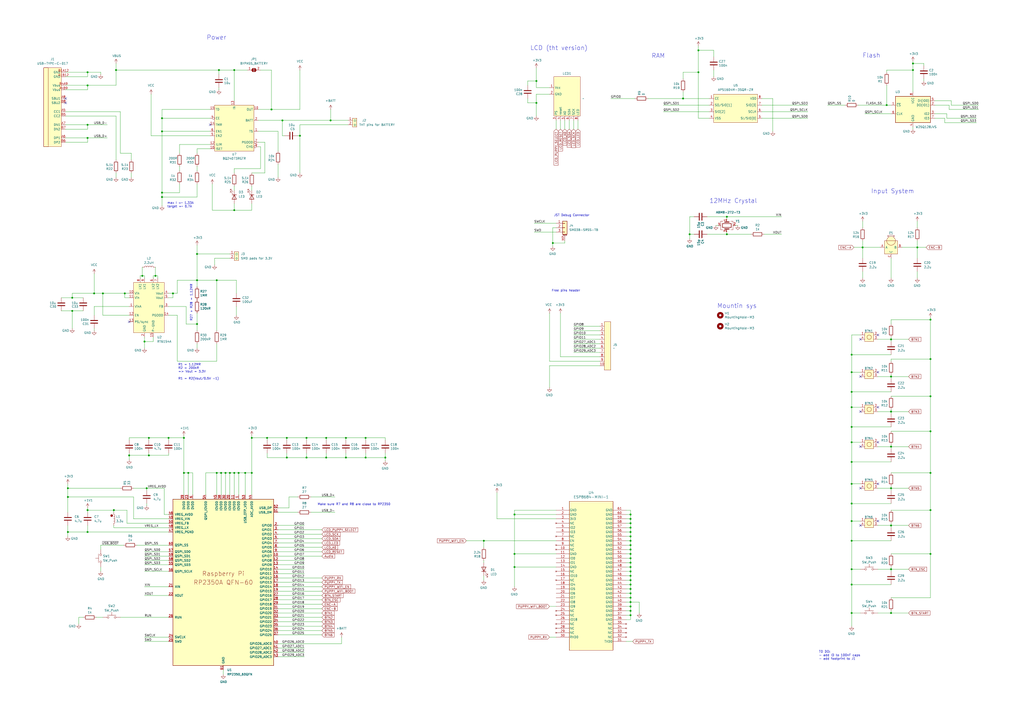
<source format=kicad_sch>
(kicad_sch (version 20231120) (generator "eeschema") (generator_version "8.0")
  (paper "A2")
  (title_block (title "VGC-0-rpi") (date "2025-08-08") (rev "2") (company "Chili Chip") (comment 1 "This is a prototype") (comment 2 "meow"))
  (junction (at 311.15 59.69))
  (junction (at 50.8 80.01))
  (junction (at 320.675 140.97))
  (junction (at 189.23 254))
  (junction (at 85.09 283.21))
  (junction (at 365.76 346.71))
  (junction (at 50.8 295.91))
  (junction (at 365.76 328.93))
  (junction (at 365.76 308.61))
  (junction (at 494.03 280.67))
  (junction (at 494.03 247.65))
  (junction (at 365.76 351.79))
  (junction (at 125.73 274.32))
  (junction (at 212.09 265.43))
  (junction (at 365.76 313.69))
  (junction (at 114.3 187.96))
  (junction (at 405.13 29.21))
  (junction (at 280.67 313.69))
  (junction (at 106.68 274.32))
  (junction (at 114.3 162.56))
  (junction (at 365.76 300.99))
  (junction (at 86.36 264.16))
  (junction (at 146.05 254))
  (junction (at 516.89 196.85))
  (junction (at 494.03 205.74))
  (junction (at 100.33 170.18))
  (junction (at 128.27 274.32))
  (junction (at 421.64 125.73))
  (junction (at 125.73 162.56))
  (junction (at 365.76 339.09))
  (junction (at 66.04 295.91))
  (junction (at 494.03 215.9))
  (junction (at 72.39 170.18))
  (junction (at 365.76 341.63))
  (junction (at 173.99 78.74))
  (junction (at 500.38 143.51))
  (junction (at 50.8 308.61))
  (junction (at 494.03 339.09))
  (junction (at 154.94 254))
  (junction (at 539.75 274.32))
  (junction (at 298.45 321.31))
  (junction (at 365.76 298.45))
  (junction (at 191.77 69.85))
  (junction (at 539.75 185.42))
  (junction (at 90.17 160.02))
  (junction (at 365.76 311.15))
  (junction (at 365.76 354.33))
  (junction (at 298.45 328.93))
  (junction (at 142.24 274.32))
  (junction (at 400.05 135.89))
  (junction (at 93.98 68.58))
  (junction (at 86.36 254))
  (junction (at 138.43 274.32))
  (junction (at 539.75 250.19))
  (junction (at 200.66 265.43))
  (junction (at 494.03 227.33))
  (junction (at 494.03 292.1))
  (junction (at 223.52 265.43))
  (junction (at 494.03 256.54))
  (junction (at 539.75 295.91))
  (junction (at 50.8 41.91))
  (junction (at 494.03 236.22))
  (junction (at 177.8 265.43))
  (junction (at 59.69 170.18))
  (junction (at 135.89 274.32))
  (junction (at 529.59 36.83))
  (junction (at 130.81 274.32))
  (junction (at 135.89 40.64))
  (junction (at 41.91 180.34))
  (junction (at 539.75 229.87))
  (junction (at 365.76 321.31))
  (junction (at 365.76 331.47))
  (junction (at 163.83 69.85))
  (junction (at 365.76 349.25))
  (junction (at 106.68 254))
  (junction (at 529.59 40.64))
  (junction (at 39.37 308.61))
  (junction (at 516.89 259.08))
  (junction (at 212.09 254))
  (junction (at 189.23 265.43))
  (junction (at 365.76 326.39))
  (junction (at 200.66 254))
  (junction (at 135.89 121.92))
  (junction (at 494.03 302.26))
  (junction (at 97.79 254))
  (junction (at 365.76 356.87))
  (junction (at 365.76 344.17))
  (junction (at 396.24 57.15))
  (junction (at 405.13 41.91))
  (junction (at 516.89 355.6))
  (junction (at 365.76 306.07))
  (junction (at 365.76 334.01))
  (junction (at 93.98 76.2))
  (junction (at 311.15 46.99))
  (junction (at 50.8 49.53))
  (junction (at 54.61 170.18))
  (junction (at 539.75 321.31))
  (junction (at 166.37 254))
  (junction (at 50.8 72.39))
  (junction (at 539.75 208.28))
  (junction (at 421.64 135.89))
  (junction (at 93.98 114.3))
  (junction (at 494.03 330.2))
  (junction (at 166.37 265.43))
  (junction (at 516.89 238.76))
  (junction (at 82.55 160.02))
  (junction (at 146.05 274.32))
  (junction (at 39.37 283.21))
  (junction (at 516.89 304.8))
  (junction (at 494.03 313.69))
  (junction (at 109.22 274.32))
  (junction (at 177.8 254))
  (junction (at 514.35 60.96))
  (junction (at 516.89 330.2))
  (junction (at 494.03 267.97))
  (junction (at 494.03 355.6))
  (junction (at 67.31 40.64))
  (junction (at 365.76 318.77))
  (junction (at 41.91 172.72))
  (junction (at 532.13 143.51))
  (junction (at 365.76 336.55))
  (junction (at 365.76 323.85))
  (junction (at 114.3 147.32))
  (junction (at 127 40.64))
  (junction (at 83.82 198.12))
  (junction (at 298.45 298.45))
  (junction (at 516.89 283.21))
  (junction (at 93.98 111.76))
  (junction (at 365.76 303.53))
  (junction (at 516.89 218.44))
  (junction (at 365.76 316.23))
  (junction (at 133.35 274.32))
  (junction (at 39.37 288.29))
  (junction (at 74.93 264.16))
  (junction (at 157.48 63.5))
  (no_connect (at 499.11 259.08))
  (no_connect (at 499.11 304.8))
  (no_connect (at 38.1 59.69))
  (no_connect (at 509.27 302.26))
  (no_connect (at 38.1 57.15))
  (no_connect (at 499.11 238.76))
  (no_connect (at 509.27 236.22))
  (no_connect (at 499.11 196.85))
  (no_connect (at 499.11 283.21))
  (no_connect (at 509.27 215.9))
  (no_connect (at 509.27 256.54))
  (no_connect (at 509.27 194.31))
  (no_connect (at 74.93 186.69))
  (no_connect (at 121.92 72.39))
  (no_connect (at 499.11 218.44))
  (no_connect (at 509.27 280.67))
  (wire (pts (xy 516.89 355.6) (xy 527.05 355.6)))
  (wire (pts (xy 365.76 341.63) (xy 363.22 341.63)))
  (wire (pts (xy 85.09 293.37) (xy 85.09 292.1)))
  (wire (pts (xy 494.03 339.09) (xy 516.89 339.09)))
  (wire (pts (xy 77.47 288.29) (xy 77.47 300.99)))
  (wire (pts (xy 104.14 106.68) (xy 104.14 111.76)))
  (wire (pts (xy 153.67 100.33) (xy 153.67 82.55)))
  (wire (pts (xy 161.29 378.46) (xy 176.53 378.46)))
  (wire (pts (xy 114.3 142.24) (xy 114.3 147.32)))
  (wire (pts (xy 146.05 118.11) (xy 146.05 121.92)))
  (wire (pts (xy 50.8 80.01) (xy 62.23 80.01)))
  (wire (pts (xy 320.675 132.08) (xy 320.675 140.97)))
  (wire (pts (xy 516.89 209.55) (xy 516.89 208.28)))
  (wire (pts (xy 86.36 254) (xy 97.79 254)))
  (wire (pts (xy 161.29 322.58) (xy 186.69 322.58)))
  (wire (pts (xy 104.14 111.76) (xy 93.98 111.76)))
  (wire (pts (xy 87.63 54.61) (xy 87.63 78.74)))
  (wire (pts (xy 157.48 40.64) (xy 157.48 63.5)))
  (wire (pts (xy 421.64 127) (xy 421.64 125.73)))
  (wire (pts (xy 494.03 236.22) (xy 494.03 247.65)))
  (wire (pts (xy 494.03 267.97) (xy 516.89 267.97)))
  (wire (pts (xy 166.37 255.27) (xy 166.37 254)))
  (wire (pts (xy 166.37 262.89) (xy 166.37 265.43)))
  (wire (pts (xy 95.25 283.21) (xy 95.25 298.45)))
  (wire (pts (xy 365.76 328.93) (xy 363.22 328.93)))
  (wire (pts (xy 516.89 259.08) (xy 516.89 260.35)))
  (wire (pts (xy 298.45 328.93) (xy 322.58 328.93)))
  (wire (pts (xy 138.43 274.32) (xy 142.24 274.32)))
  (wire (pts (xy 405.13 29.21) (xy 405.13 41.91)))
  (wire (pts (xy 516.89 331.47) (xy 516.89 330.2)))
  (wire (pts (xy 86.36 255.27) (xy 86.36 254)))
  (wire (pts (xy 97.79 331.47) (xy 83.82 331.47)))
  (wire (pts (xy 54.61 190.5) (xy 54.61 191.77)))
  (wire (pts (xy 311.15 39.37) (xy 311.15 46.99)))
  (wire (pts (xy 516.89 259.08) (xy 527.05 259.08)))
  (wire (pts (xy 86.36 264.16) (xy 97.79 264.16)))
  (wire (pts (xy 173.99 40.64) (xy 173.99 63.5)))
  (wire (pts (xy 365.76 349.25) (xy 365.76 351.79)))
  (wire (pts (xy 494.03 267.97) (xy 494.03 280.67)))
  (wire (pts (xy 365.76 354.33) (xy 365.76 356.87)))
  (wire (pts (xy 365.76 313.69) (xy 363.22 313.69)))
  (wire (pts (xy 161.29 360.68) (xy 186.69 360.68)))
  (wire (pts (xy 161.29 304.8) (xy 176.53 304.8)))
  (wire (pts (xy 74.93 262.89) (xy 74.93 264.16)))
  (wire (pts (xy 85.09 283.21) (xy 95.25 283.21)))
  (wire (pts (xy 548.005 71.12) (xy 566.42 71.12)))
  (wire (pts (xy 135.89 118.11) (xy 135.89 121.92)))
  (wire (pts (xy 161.29 355.6) (xy 186.69 355.6)))
  (wire (pts (xy 516.89 295.91) (xy 539.75 295.91)))
  (wire (pts (xy 306.07 59.69) (xy 311.15 59.69)))
  (wire (pts (xy 50.8 44.45) (xy 50.8 41.91)))
  (wire (pts (xy 396.24 41.91) (xy 405.13 41.91)))
  (wire (pts (xy 97.79 170.18) (xy 100.33 170.18)))
  (wire (pts (xy 365.76 316.23) (xy 363.22 316.23)))
  (wire (pts (xy 365.76 328.93) (xy 365.76 331.47)))
  (wire (pts (xy 280.67 326.39) (xy 280.67 325.12)))
  (wire (pts (xy 365.76 318.77) (xy 363.22 318.77)))
  (wire (pts (xy 494.03 227.33) (xy 494.03 236.22)))
  (wire (pts (xy 82.55 154.94) (xy 82.55 160.02)))
  (wire (pts (xy 494.03 313.69) (xy 516.89 313.69)))
  (wire (pts (xy 516.89 187.96) (xy 516.89 185.42)))
  (wire (pts (xy 177.8 255.27) (xy 177.8 254)))
  (wire (pts (xy 58.42 316.23) (xy 58.42 318.77)))
  (wire (pts (xy 97.79 369.57) (xy 83.82 369.57)))
  (wire (pts (xy 114.3 147.32) (xy 133.35 147.32)))
  (wire (pts (xy 509.27 304.8) (xy 516.89 304.8)))
  (wire (pts (xy 69.85 64.77) (xy 69.85 88.9)))
  (wire (pts (xy 347.98 191.77) (xy 332.74 191.77)))
  (wire (pts (xy 39.37 283.21) (xy 39.37 288.29)))
  (wire (pts (xy 298.45 321.31) (xy 298.45 328.93)))
  (wire (pts (xy 50.8 49.53) (xy 67.31 49.53)))
  (wire (pts (xy 365.76 351.79) (xy 363.22 351.79)))
  (wire (pts (xy 154.94 255.27) (xy 154.94 254)))
  (wire (pts (xy 421.64 135.89) (xy 435.61 135.89)))
  (wire (pts (xy 149.86 63.5) (xy 157.48 63.5)))
  (wire (pts (xy 154.94 262.89) (xy 154.94 265.43)))
  (wire (pts (xy 121.92 86.36) (xy 114.3 86.36)))
  (wire (pts (xy 114.3 181.61) (xy 114.3 187.96)))
  (wire (pts (xy 39.37 288.29) (xy 77.47 288.29)))
  (wire (pts (xy 39.37 288.29) (xy 39.37 297.18)))
  (wire (pts (xy 516.89 196.85) (xy 527.05 196.85)))
  (wire (pts (xy 516.89 198.12) (xy 516.89 196.85)))
  (wire (pts (xy 363.22 300.99) (xy 365.76 300.99)))
  (wire (pts (xy 539.75 185.42) (xy 539.75 184.15)))
  (wire (pts (xy 539.75 229.87) (xy 539.75 208.28)))
  (wire (pts (xy 363.22 295.91) (xy 365.76 295.91)))
  (wire (pts (xy 38.1 64.77) (xy 69.85 64.77)))
  (wire (pts (xy 161.29 347.98) (xy 186.69 347.98)))
  (wire (pts (xy 400.05 135.89) (xy 400.05 138.43)))
  (wire (pts (xy 365.76 339.09) (xy 365.76 341.63)))
  (wire (pts (xy 539.75 346.71) (xy 539.75 321.31)))
  (wire (pts (xy 363.22 308.61) (xy 365.76 308.61)))
  (wire (pts (xy 532.13 157.48) (xy 532.13 161.29)))
  (wire (pts (xy 102.87 209.55) (xy 102.87 182.88)))
  (wire (pts (xy 130.81 287.02) (xy 130.81 274.32)))
  (wire (pts (xy 121.92 63.5) (xy 93.98 63.5)))
  (wire (pts (xy 494.03 292.1) (xy 494.03 302.26)))
  (wire (pts (xy 81.28 160.02) (xy 82.55 160.02)))
  (wire (pts (xy 494.03 355.6) (xy 499.11 355.6)))
  (wire (pts (xy 104.14 96.52) (xy 104.14 99.06)))
  (wire (pts (xy 494.03 215.9) (xy 499.11 215.9)))
  (wire (pts (xy 365.76 323.85) (xy 363.22 323.85)))
  (wire (pts (xy 93.98 76.2) (xy 121.92 76.2)))
  (wire (pts (xy 509.27 283.21) (xy 516.89 283.21)))
  (wire (pts (xy 365.76 321.31) (xy 363.22 321.31)))
  (wire (pts (xy 365.76 313.69) (xy 365.76 316.23)))
  (wire (pts (xy 327.66 69.85) (xy 327.66 74.93)))
  (wire (pts (xy 119.38 287.02) (xy 119.38 274.32)))
  (wire (pts (xy 114.3 147.32) (xy 114.3 162.56)))
  (wire (pts (xy 114.3 162.56) (xy 125.73 162.56)))
  (wire (pts (xy 133.35 149.86) (xy 124.46 149.86)))
  (wire (pts (xy 501.65 66.04) (xy 516.89 66.04)))
  (wire (pts (xy 146.05 107.95) (xy 146.05 110.49)))
  (wire (pts (xy 347.98 199.39) (xy 332.74 199.39)))
  (wire (pts (xy 529.59 35.56) (xy 529.59 36.83)))
  (wire (pts (xy 400.05 125.73) (xy 400.05 135.89)))
  (wire (pts (xy 142.24 274.32) (xy 146.05 274.32)))
  (wire (pts (xy 189.23 254) (xy 200.66 254)))
  (wire (pts (xy 365.76 341.63) (xy 365.76 344.17)))
  (wire (pts (xy 135.89 97.79) (xy 151.13 97.79)))
  (wire (pts (xy 318.77 209.55) (xy 347.98 209.55)))
  (wire (pts (xy 402.59 125.73) (xy 400.05 125.73)))
  (wire (pts (xy 67.31 40.64) (xy 67.31 49.53)))
  (wire (pts (xy 163.83 69.85) (xy 191.77 69.85)))
  (wire (pts (xy 85.09 283.21) (xy 85.09 284.48)))
  (wire (pts (xy 365.76 346.71) (xy 365.76 349.25)))
  (wire (pts (xy 97.79 177.8) (xy 107.95 177.8)))
  (wire (pts (xy 54.61 158.75) (xy 54.61 170.18)))
  (wire (pts (xy 539.75 295.91) (xy 539.75 274.32)))
  (wire (pts (xy 200.66 265.43) (xy 189.23 265.43)))
  (wire (pts (xy 161.29 76.2) (xy 161.29 87.63)))
  (wire (pts (xy 161.29 368.3) (xy 186.69 368.3)))
  (wire (pts (xy 516.89 354.33) (xy 516.89 355.6)))
  (wire (pts (xy 306.07 57.15) (xy 306.07 59.69)))
  (wire (pts (xy 133.35 274.32) (xy 135.89 274.32)))
  (wire (pts (xy 365.76 354.33) (xy 363.22 354.33)))
  (wire (pts (xy 516.89 208.28) (xy 539.75 208.28)))
  (wire (pts (xy 125.73 199.39) (xy 125.73 209.55)))
  (wire (pts (xy 365.76 336.55) (xy 365.76 339.09)))
  (wire (pts (xy 499.11 236.22) (xy 494.03 236.22)))
  (wire (pts (xy 166.37 265.43) (xy 154.94 265.43)))
  (wire (pts (xy 200.66 262.89) (xy 200.66 265.43)))
  (wire (pts (xy 298.45 321.31) (xy 298.45 298.45)))
  (wire (pts (xy 106.68 254) (xy 106.68 274.32)))
  (wire (pts (xy 128.27 274.32) (xy 130.81 274.32)))
  (wire (pts (xy 414.02 29.21) (xy 405.13 29.21)))
  (wire (pts (xy 311.15 54.61) (xy 311.15 59.69)))
  (wire (pts (xy 347.98 212.09) (xy 318.77 212.09)))
  (wire (pts (xy 83.82 198.12) (xy 83.82 201.93)))
  (wire (pts (xy 494.03 247.65) (xy 494.03 256.54)))
  (wire (pts (xy 41.91 180.34) (xy 41.91 190.5)))
  (wire (pts (xy 104.14 83.82) (xy 104.14 88.9)))
  (wire (pts (xy 161.29 332.74) (xy 176.53 332.74)))
  (wire (pts (xy 133.35 287.02) (xy 133.35 274.32)))
  (wire (pts (xy 494.03 330.2) (xy 499.11 330.2)))
  (wire (pts (xy 38.1 72.39) (xy 50.8 72.39)))
  (wire (pts (xy 514.35 40.64) (xy 529.59 40.64)))
  (wire (pts (xy 77.47 300.99) (xy 97.79 300.99)))
  (wire (pts (xy 67.31 92.71) (xy 67.31 67.31)))
  (wire (pts (xy 318.77 181.61) (xy 318.77 209.55)))
  (wire (pts (xy 365.76 334.01) (xy 365.76 336.55)))
  (wire (pts (xy 322.58 321.31) (xy 298.45 321.31)))
  (wire (pts (xy 550.545 60.96) (xy 550.545 63.5)))
  (wire (pts (xy 130.81 274.32) (xy 133.35 274.32)))
  (wire (pts (xy 93.98 68.58) (xy 93.98 76.2)))
  (wire (pts (xy 135.89 121.92) (xy 123.19 121.92)))
  (wire (pts (xy 39.37 280.67) (xy 39.37 283.21)))
  (wire (pts (xy 494.03 227.33) (xy 516.89 227.33)))
  (wire (pts (xy 298.45 295.91) (xy 298.45 298.45)))
  (wire (pts (xy 39.37 308.61) (xy 50.8 308.61)))
  (wire (pts (xy 161.29 325.12) (xy 176.53 325.12)))
  (wire (pts (xy 48.26 358.14) (xy 45.72 358.14)))
  (wire (pts (xy 114.3 86.36) (xy 114.3 88.9)))
  (wire (pts (xy 347.98 204.47) (xy 332.74 204.47)))
  (wire (pts (xy 375.92 57.15) (xy 396.24 57.15)))
  (wire (pts (xy 166.37 254) (xy 177.8 254)))
  (wire (pts (xy 514.35 41.91) (xy 514.35 40.64)))
  (wire (pts (xy 50.8 297.18) (xy 50.8 295.91)))
  (wire (pts (xy 87.63 78.74) (xy 121.92 78.74)))
  (wire (pts (xy 365.76 336.55) (xy 363.22 336.55)))
  (wire (pts (xy 50.8 82.55) (xy 38.1 82.55)))
  (wire (pts (xy 365.76 300.99) (xy 365.76 303.53)))
  (wire (pts (xy 161.29 307.34) (xy 186.69 307.34)))
  (wire (pts (xy 542.29 68.58) (xy 548.005 68.58)))
  (wire (pts (xy 90.17 160.02) (xy 88.9 160.02)))
  (wire (pts (xy 97.79 316.23) (xy 79.375 316.23)))
  (wire (pts (xy 335.28 69.85) (xy 335.28 74.93)))
  (wire (pts (xy 523.24 143.51) (xy 532.13 143.51)))
  (wire (pts (xy 500.38 128.27) (xy 500.38 132.08)))
  (wire (pts (xy 74.93 255.27) (xy 74.93 254)))
  (wire (pts (xy 114.3 106.68) (xy 114.3 114.3)))
  (wire (pts (xy 151.13 97.79) (xy 151.13 85.09)))
  (wire (pts (xy 41.91 180.34) (xy 48.26 180.34)))
  (wire (pts (xy 124.46 149.86) (xy 124.46 153.67)))
  (wire (pts (xy 58.42 331.47) (xy 58.42 328.93)))
  (wire (pts (xy 39.37 304.8) (xy 39.37 308.61)))
  (wire (pts (xy 163.83 78.74) (xy 165.1 78.74)))
  (wire (pts (xy 516.89 303.53) (xy 516.89 304.8)))
  (wire (pts (xy 102.87 182.88) (xy 97.79 182.88)))
  (wire (pts (xy 280.67 317.5) (xy 280.67 313.69)))
  (wire (pts (xy 494.03 194.31) (xy 494.03 205.74)))
  (wire (pts (xy 327.66 139.7) (xy 327.66 140.97)))
  (wire (pts (xy 114.3 114.3) (xy 93.98 114.3)))
  (wire (pts (xy 173.99 72.39) (xy 201.93 72.39)))
  (wire (pts (xy 363.22 306.07) (xy 365.76 306.07)))
  (wire (pts (xy 494.03 313.69) (xy 494.03 330.2)))
  (wire (pts (xy 97.79 303.53) (xy 73.66 303.53)))
  (wire (pts (xy 146.05 121.92) (xy 135.89 121.92)))
  (wire (pts (xy 516.89 274.32) (xy 539.75 274.32)))
  (wire (pts (xy 514.35 49.53) (xy 514.35 60.96)))
  (wire (pts (xy 529.59 73.66) (xy 529.59 74.93)))
  (wire (pts (xy 311.15 50.8) (xy 318.77 50.8)))
  (wire (pts (xy 161.29 365.76) (xy 186.69 365.76)))
  (wire (pts (xy 71.755 316.23) (xy 58.42 316.23)))
  (wire (pts (xy 532.13 139.7) (xy 532.13 143.51)))
  (wire (pts (xy 309.88 134.62) (xy 322.58 134.62)))
  (wire (pts (xy 161.29 381) (xy 176.53 381)))
  (wire (pts (xy 365.76 295.91) (xy 365.76 298.45)))
  (wire (pts (xy 347.98 189.23) (xy 332.74 189.23)))
  (wire (pts (xy 347.98 201.93) (xy 332.74 201.93)))
  (wire (pts (xy 365.76 326.39) (xy 363.22 326.39)))
  (wire (pts (xy 180.34 297.18) (xy 194.31 297.18)))
  (wire (pts (xy 41.91 172.72) (xy 48.26 172.72)))
  (wire (pts (xy 106.68 274.32) (xy 106.68 287.02)))
  (wire (pts (xy 365.76 351.79) (xy 365.76 354.33)))
  (wire (pts (xy 396.24 53.34) (xy 396.24 57.15)))
  (wire (pts (xy 514.35 60.96) (xy 516.89 60.96)))
  (wire (pts (xy 146.05 274.32) (xy 146.05 287.02)))
  (wire (pts (xy 67.31 40.64) (xy 127 40.64)))
  (wire (pts (xy 146.05 100.33) (xy 153.67 100.33)))
  (wire (pts (xy 494.03 205.74) (xy 494.03 215.9)))
  (wire (pts (xy 396.24 45.72) (xy 396.24 41.91)))
  (wire (pts (xy 50.8 294.64) (xy 50.8 295.91)))
  (wire (pts (xy 443.23 135.89) (xy 453.39 135.89)))
  (wire (pts (xy 410.21 135.89) (xy 421.64 135.89)))
  (wire (pts (xy 50.8 308.61) (xy 97.79 308.61)))
  (wire (pts (xy 539.75 208.28) (xy 539.75 185.42)))
  (wire (pts (xy 76.2 100.33) (xy 76.2 102.87)))
  (wire (pts (xy 39.37 308.61) (xy 39.37 311.15)))
  (wire (pts (xy 74.93 177.8) (xy 54.61 177.8)))
  (wire (pts (xy 402.59 135.89) (xy 400.05 135.89)))
  (wire (pts (xy 494.03 330.2) (xy 494.03 339.09)))
  (wire (pts (xy 135.89 100.33) (xy 135.89 97.79)))
  (wire (pts (xy 280.67 313.69) (xy 322.58 313.69)))
  (wire (pts (xy 97.79 172.72) (xy 100.33 172.72)))
  (wire (pts (xy 39.37 283.21) (xy 69.85 283.21)))
  (wire (pts (xy 529.59 40.64) (xy 529.59 53.34)))
  (wire (pts (xy 161.29 327.66) (xy 176.53 327.66)))
  (wire (pts (xy 172.72 78.74) (xy 173.99 78.74)))
  (wire (pts (xy 114.3 162.56) (xy 114.3 166.37)))
  (wire (pts (xy 74.93 264.16) (xy 74.93 266.7)))
  (wire (pts (xy 135.89 274.32) (xy 138.43 274.32)))
  (wire (pts (xy 480.06 60.96) (xy 490.22 60.96)))
  (wire (pts (xy 516.89 218.44) (xy 527.05 218.44)))
  (wire (pts (xy 441.96 64.77) (xy 468.63 64.77)))
  (wire (pts (xy 161.29 363.22) (xy 186.69 363.22)))
  (wire (pts (xy 86.36 262.89) (xy 86.36 264.16)))
  (wire (pts (xy 200.66 254) (xy 212.09 254)))
  (wire (pts (xy 448.31 57.15) (xy 441.96 57.15)))
  (wire (pts (xy 396.24 57.15) (xy 411.48 57.15)))
  (wire (pts (xy 74.93 182.88) (xy 59.69 182.88)))
  (wire (pts (xy 298.45 328.93) (xy 298.45 340.36)))
  (wire (pts (xy 82.55 160.02) (xy 83.82 160.02)))
  (wire (pts (xy 318.77 54.61) (xy 311.15 54.61)))
  (wire (pts (xy 509.27 196.85) (xy 516.89 196.85)))
  (wire (pts (xy 510.54 143.51) (xy 500.38 143.51)))
  (wire (pts (xy 529.59 36.83) (xy 529.59 40.64)))
  (wire (pts (xy 223.52 262.89) (xy 223.52 265.43)))
  (wire (pts (xy 509.27 355.6) (xy 516.89 355.6)))
  (wire (pts (xy 365.76 326.39) (xy 365.76 328.93)))
  (wire (pts (xy 516.89 281.94) (xy 516.89 283.21)))
  (wire (pts (xy 516.89 306.07) (xy 516.89 304.8)))
  (wire (pts (xy 497.84 60.96) (xy 514.35 60.96)))
  (wire (pts (xy 542.29 66.04) (xy 549.275 66.04)))
  (wire (pts (xy 83.82 340.36) (xy 97.79 340.36)))
  (wire (pts (xy 129.54 388.62) (xy 129.54 391.16)))
  (wire (pts (xy 311.15 46.99) (xy 311.15 50.8)))
  (wire (pts (xy 114.3 187.96) (xy 114.3 191.77)))
  (wire (pts (xy 365.76 331.47) (xy 365.76 334.01)))
  (wire (pts (xy 83.82 325.12) (xy 97.79 325.12)))
  (wire (pts (xy 415.29 130.81) (xy 416.56 130.81)))
  (wire (pts (xy 59.69 170.18) (xy 72.39 170.18)))
  (wire (pts (xy 516.89 185.42) (xy 539.75 185.42)))
  (wire (pts (xy 111.76 274.32) (xy 111.76 287.02)))
  (wire (pts (xy 516.89 237.49) (xy 516.89 238.76)))
  (wire (pts (xy 125.73 287.02) (xy 125.73 274.32)))
  (wire (pts (xy 539.75 321.31) (xy 539.75 295.91)))
  (wire (pts (xy 161.29 375.92) (xy 176.53 375.92)))
  (wire (pts (xy 121.92 83.82) (xy 104.14 83.82)))
  (wire (pts (xy 322.58 300.99) (xy 288.29 300.99)))
  (wire (pts (xy 161.29 309.88) (xy 186.69 309.88)))
  (wire (pts (xy 74.93 254) (xy 86.36 254)))
  (wire (pts (xy 114.3 96.52) (xy 114.3 99.06)))
  (wire (pts (xy 73.66 303.53) (xy 73.66 295.91)))
  (wire (pts (xy 354.33 57.15) (xy 368.3 57.15)))
  (wire (pts (xy 365.76 311.15) (xy 363.22 311.15)))
  (wire (pts (xy 535.94 36.83) (xy 529.59 36.83)))
  (wire (pts (xy 76.2 88.9) (xy 76.2 92.71)))
  (wire (pts (xy 161.29 330.2) (xy 176.53 330.2)))
  (wire (pts (xy 212.09 255.27) (xy 212.09 254)))
  (wire (pts (xy 83.82 320.04) (xy 97.79 320.04)))
  (wire (pts (xy 509.27 238.76) (xy 516.89 238.76)))
  (wire (pts (xy 167.64 288.29) (xy 167.64 294.64)))
  (wire (pts (xy 161.29 337.82) (xy 186.69 337.82)))
  (wire (pts (xy 365.76 356.87) (xy 363.22 356.87)))
  (wire (pts (xy 189.23 262.89) (xy 189.23 265.43)))
  (wire (pts (xy 494.03 302.26) (xy 494.03 313.69)))
  (wire (pts (xy 500.38 143.51) (xy 500.38 149.86)))
  (wire (pts (xy 146.05 252.73) (xy 146.05 254)))
  (wire (pts (xy 189.23 255.27) (xy 189.23 254)))
  (wire (pts (xy 67.31 100.33) (xy 67.31 102.87)))
  (wire (pts (xy 77.47 283.21) (xy 85.09 283.21)))
  (wire (pts (xy 83.82 322.58) (xy 97.79 322.58)))
  (wire (pts (xy 306.07 49.53) (xy 306.07 46.99)))
  (wire (pts (xy 280.67 334.01) (xy 280.67 336.55)))
  (wire (pts (xy 127 40.64) (xy 135.89 40.64)))
  (wire (pts (xy 135.89 40.64) (xy 135.89 58.42)))
  (wire (pts (xy 288.29 285.75) (xy 288.29 300.99)))
  (wire (pts (xy 35.56 172.72) (xy 41.91 172.72)))
  (wire (pts (xy 532.13 143.51) (xy 532.13 149.86)))
  (wire (pts (xy 83.82 327.66) (xy 97.79 327.66)))
  (wire (pts (xy 173.99 78.74) (xy 173.99 100.33)))
  (wire (pts (xy 365.76 359.41) (xy 363.22 359.41)))
  (wire (pts (xy 332.74 69.85) (xy 332.74 74.93)))
  (wire (pts (xy 200.66 255.27) (xy 200.66 254)))
  (wire (pts (xy 516.89 328.93) (xy 516.89 330.2)))
  (wire (pts (xy 69.85 88.9) (xy 76.2 88.9)))
  (wire (pts (xy 161.29 320.04) (xy 186.69 320.04)))
  (wire (pts (xy 127 40.64) (xy 127 43.18)))
  (wire (pts (xy 500.38 157.48) (xy 500.38 161.29)))
  (wire (pts (xy 55.88 358.14) (xy 59.69 358.14)))
  (wire (pts (xy 123.19 106.68) (xy 123.19 121.92)))
  (wire (pts (xy 198.12 369.57) (xy 198.12 373.38)))
  (wire (pts (xy 322.58 295.91) (xy 298.45 295.91)))
  (wire (pts (xy 212.09 265.43) (xy 200.66 265.43)))
  (wire (pts (xy 127 50.8) (xy 127 52.07)))
  (wire (pts (xy 72.39 172.72) (xy 72.39 170.18)))
  (wire (pts (xy 535.94 38.1) (xy 535.94 36.83)))
  (wire (pts (xy 102.87 170.18) (xy 102.87 162.56)))
  (wire (pts (xy 494.03 355.6) (xy 494.03 363.22)))
  (wire (pts (xy 97.79 254) (xy 106.68 254)))
  (wire (pts (xy 161.29 353.06) (xy 186.69 353.06)))
  (wire (pts (xy 151.13 40.64) (xy 157.48 40.64)))
  (wire (pts (xy 50.8 80.01) (xy 50.8 82.55)))
  (wire (pts (xy 38.1 44.45) (xy 50.8 44.45)))
  (wire (pts (xy 177.8 254) (xy 189.23 254)))
  (wire (pts (xy 384.81 60.96) (xy 411.48 60.96)))
  (wire (pts (xy 516.89 219.71) (xy 516.89 218.44)))
  (wire (pts (xy 468.63 60.96) (xy 441.96 60.96)))
  (wire (pts (xy 189.23 265.43) (xy 177.8 265.43)))
  (wire (pts (xy 107.95 177.8) (xy 107.95 187.96)))
  (wire (pts (xy 363.22 303.53) (xy 365.76 303.53)))
  (wire (pts (xy 146.05 254) (xy 154.94 254)))
  (wire (pts (xy 66.04 306.07) (xy 97.79 306.07)))
  (wire (pts (xy 161.29 95.25) (xy 161.29 102.87)))
  (wire (pts (xy 102.87 162.56) (xy 114.3 162.56)))
  (wire (pts (xy 50.8 304.8) (xy 50.8 308.61)))
  (wire (pts (xy 161.29 342.9) (xy 186.69 342.9)))
  (wire (pts (xy 468.63 68.58) (xy 441.96 68.58)))
  (wire (pts (xy 414.02 40.64) (xy 414.02 44.45)))
  (wire (pts (xy 322.58 69.85) (xy 322.58 74.93)))
  (wire (pts (xy 365.76 308.61) (xy 365.76 311.15)))
  (wire (pts (xy 405.13 68.58) (xy 411.48 68.58)))
  (wire (pts (xy 509.27 330.2) (xy 516.89 330.2)))
  (wire (pts (xy 306.07 46.99) (xy 311.15 46.99)))
  (wire (pts (xy 93.98 68.58) (xy 121.92 68.58)))
  (wire (pts (xy 516.89 250.19) (xy 539.75 250.19)))
  (wire (pts (xy 50.8 295.91) (xy 66.04 295.91)))
  (wire (pts (xy 325.12 207.01) (xy 347.98 207.01)))
  (wire (pts (xy 499.11 280.67) (xy 494.03 280.67)))
  (wire (pts (xy 384.81 64.77) (xy 411.48 64.77)))
  (wire (pts (xy 191.77 69.85) (xy 201.93 69.85)))
  (wire (pts (xy 365.76 356.87) (xy 365.76 359.41)))
  (wire (pts (xy 365.76 303.53) (xy 365.76 306.07)))
  (wire (pts (xy 173.99 78.74) (xy 173.99 72.39)))
  (wire (pts (xy 67.31 36.83) (xy 67.31 40.64)))
  (wire (pts (xy 177.8 262.89) (xy 177.8 265.43)))
  (wire (pts (xy 365.76 311.15) (xy 365.76 313.69)))
  (wire (pts (xy 367.03 372.11) (xy 363.22 372.11)))
  (wire (pts (xy 97.79 372.11) (xy 83.82 372.11)))
  (wire (pts (xy 365.76 323.85) (xy 365.76 326.39)))
  (wire (pts (xy 167.64 288.29) (xy 172.72 288.29)))
  (wire (pts (xy 58.42 41.91) (xy 50.8 41.91)))
  (wire (pts (xy 270.51 313.69) (xy 280.67 313.69)))
  (wire (pts (xy 516.89 238.76) (xy 527.05 238.76)))
  (wire (pts (xy 494.03 280.67) (xy 494.03 292.1)))
  (wire (pts (xy 516.89 292.1) (xy 494.03 292.1)))
  (wire (pts (xy 93.98 114.3) (xy 93.98 119.38)))
  (wire (pts (xy 109.22 274.32) (xy 111.76 274.32)))
  (wire (pts (xy 516.89 304.8) (xy 527.05 304.8)))
  (wire (pts (xy 149.86 76.2) (xy 161.29 76.2)))
  (wire (pts (xy 494.03 247.65) (xy 516.89 247.65)))
  (wire (pts (xy 426.72 130.81) (xy 427.99 130.81)))
  (wire (pts (xy 365.76 298.45) (xy 365.76 300.99)))
  (wire (pts (xy 363.22 298.45) (xy 365.76 298.45)))
  (wire (pts (xy 83.82 198.12) (xy 83.82 195.58)))
  (wire (pts (xy 128.27 287.02) (xy 128.27 274.32)))
  (wire (pts (xy 50.8 72.39) (xy 62.23 72.39)))
  (wire (pts (xy 38.1 49.53) (xy 50.8 49.53)))
  (wire (pts (xy 320.675 140.97) (xy 327.66 140.97)))
  (wire (pts (xy 516.89 240.03) (xy 516.89 238.76)))
  (wire (pts (xy 330.2 69.85) (xy 330.2 74.93)))
  (wire (pts (xy 365.76 339.09) (xy 363.22 339.09)))
  (wire (pts (xy 161.29 358.14) (xy 186.69 358.14)))
  (wire (pts (xy 370.84 349.25) (xy 365.76 349.25)))
  (wire (pts (xy 50.8 74.93) (xy 38.1 74.93)))
  (wire (pts (xy 88.9 195.58) (xy 88.9 198.12)))
  (wire (pts (xy 67.31 67.31) (xy 38.1 67.31)))
  (wire (pts (xy 74.93 172.72) (xy 72.39 172.72)))
  (wire (pts (xy 311.15 59.69) (xy 311.15 67.31)))
  (wire (pts (xy 151.13 85.09) (xy 149.86 85.09)))
  (wire (pts (xy 50.8 52.07) (xy 50.8 49.53)))
  (wire (pts (xy 180.34 288.29) (xy 194.31 288.29)))
  (wire (pts (xy 142.24 287.02) (xy 142.24 274.32)))
  (wire (pts (xy 509.27 218.44) (xy 516.89 218.44)))
  (wire (pts (xy 90.17 154.94) (xy 90.17 160.02)))
  (wire (pts (xy 298.45 298.45) (xy 322.58 298.45)))
  (wire (pts (xy 365.76 346.71) (xy 363.22 346.71)))
  (wire (pts (xy 106.68 252.73) (xy 106.68 254)))
  (wire (pts (xy 516.89 321.31) (xy 539.75 321.31)))
  (wire (pts (xy 551.815 58.42) (xy 551.815 60.96)))
  (wire (pts (xy 494.03 205.74) (xy 516.89 205.74)))
  (wire (pts (xy 93.98 63.5) (xy 93.98 68.58)))
  (wire (pts (xy 309.88 129.54) (xy 322.58 129.54)))
  (wire (pts (xy 161.29 312.42) (xy 186.69 312.42)))
  (wire (pts (xy 549.275 68.58) (xy 566.42 68.58)))
  (wire (pts (xy 365.76 334.01) (xy 363.22 334.01)))
  (wire (pts (xy 516.89 195.58) (xy 516.89 196.85)))
  (wire (pts (xy 125.73 209.55) (xy 102.87 209.55)))
  (wire (pts (xy 318.77 369.57) (xy 322.58 369.57)))
  (wire (pts (xy 212.09 265.43) (xy 223.52 265.43)))
  (wire (pts (xy 191.77 63.5) (xy 191.77 69.85)))
  (wire (pts (xy 370.84 355.6) (xy 370.84 349.25)))
  (wire (pts (xy 223.52 265.43) (xy 223.52 267.335)))
  (wire (pts (xy 137.16 162.56) (xy 137.16 170.18)))
  (wire (pts (xy 91.44 160.02) (xy 90.17 160.02)))
  (wire (pts (xy 125.73 162.56) (xy 137.16 162.56)))
  (wire (pts (xy 516.89 283.21) (xy 527.05 283.21)))
  (wire (pts (xy 93.98 76.2) (xy 93.98 111.76)))
  (wire (pts (xy 66.04 306.07) (xy 66.04 304.8)))
  (wire (pts (xy 532.13 128.27) (xy 532.13 132.08)))
  (wire (pts (xy 405.13 26.67) (xy 405.13 29.21)))
  (wire (pts (xy 365.76 316.23) (xy 365.76 318.77)))
  (wire (pts (xy 365.76 321.31) (xy 365.76 323.85)))
  (wire (pts (xy 161.29 350.52) (xy 186.69 350.52)))
  (wire (pts (xy 83.82 160.02) (xy 83.82 161.29)))
  (wire (pts (xy 38.1 80.01) (xy 50.8 80.01)))
  (wire (pts (xy 143.51 40.64) (xy 135.89 40.64)))
  (wire (pts (xy 516.89 229.87) (xy 539.75 229.87)))
  (wire (pts (xy 161.29 373.38) (xy 198.12 373.38)))
  (wire (pts (xy 539.75 274.32) (xy 539.75 250.19)))
  (wire (pts (xy 212.09 254) (xy 223.52 254)))
  (wire (pts (xy 516.89 217.17) (xy 516.89 218.44)))
  (wire (pts (xy 88.9 160.02) (xy 88.9 161.29)))
  (wire (pts (xy 125.73 274.32) (xy 128.27 274.32)))
  (wire (pts (xy 135.89 287.02) (xy 135.89 274.32)))
  (wire (pts (xy 499.11 194.31) (xy 494.03 194.31)))
  (wire (pts (xy 494.03 215.9) (xy 494.03 227.33)))
  (wire (pts (xy 161.29 345.44) (xy 186.69 345.44)))
  (wire (pts (xy 495.3 143.51) (xy 500.38 143.51)))
  (wire (pts (xy 516.89 149.86) (xy 516.89 161.29)))
  (wire (pts (xy 66.04 295.91) (xy 66.04 297.18)))
  (wire (pts (xy 107.95 187.96) (xy 114.3 187.96)))
  (wire (pts (xy 516.89 346.71) (xy 539.75 346.71)))
  (wire (pts (xy 516.89 257.81) (xy 516.89 259.08)))
  (wire (pts (xy 405.13 41.91) (xy 405.13 68.58)))
  (wire (pts (xy 500.38 139.7) (xy 500.38 143.51)))
  (wire (pts (xy 100.33 170.18) (xy 102.87 170.18)))
  (wire (pts (xy 532.13 143.51) (xy 537.21 143.51)))
  (wire (pts (xy 41.91 170.18) (xy 54.61 170.18)))
  (wire (pts (xy 161.29 340.36) (xy 186.69 340.36)))
  (wire (pts (xy 448.31 76.2) (xy 448.31 57.15)))
  (wire (pts (xy 97.79 255.27) (xy 97.79 254)))
  (wire (pts (xy 325.12 69.85) (xy 325.12 74.93)))
  (wire (pts (xy 161.29 294.64) (xy 167.64 294.64)))
  (wire (pts (xy 81.28 161.29) (xy 81.28 160.02)))
  (wire (pts (xy 35.56 180.34) (xy 41.91 180.34)))
  (wire (pts (xy 365.76 344.17) (xy 365.76 346.71)))
  (wire (pts (xy 549.275 66.04) (xy 549.275 68.58)))
  (wire (pts (xy 365.76 349.25) (xy 363.22 349.25)))
  (wire (pts (xy 499.11 256.54) (xy 494.03 256.54)))
  (wire (pts (xy 59.69 182.88) (xy 59.69 170.18)))
  (wire (pts (xy 548.005 68.58) (xy 548.005 71.12)))
  (wire (pts (xy 347.98 196.85) (xy 332.74 196.85)))
  (wire (pts (xy 38.1 52.07) (xy 50.8 52.07)))
  (wire (pts (xy 516.89 283.21) (xy 516.89 284.48)))
  (wire (pts (xy 318.77 212.09) (xy 318.77 224.79)))
  (wire (pts (xy 114.3 199.39) (xy 114.3 201.93)))
  (wire (pts (xy 177.8 265.43) (xy 166.37 265.43)))
  (wire (pts (xy 74.93 264.16) (xy 86.36 264.16)))
  (wire (pts (xy 157.48 63.5) (xy 173.99 63.5)))
  (wire (pts (xy 119.38 274.32) (xy 125.73 274.32)))
  (wire (pts (xy 149.86 69.85) (xy 163.83 69.85)))
  (wire (pts (xy 494.03 339.09) (xy 494.03 355.6)))
  (wire (pts (xy 550.545 63.5) (xy 567.69 63.5)))
  (wire (pts (xy 109.22 274.32) (xy 106.68 274.32)))
  (wire (pts (xy 365.76 331.47) (xy 363.22 331.47)))
  (wire (pts (xy 138.43 274.32) (xy 138.43 287.02)))
  (wire (pts (xy 322.58 132.08) (xy 320.675 132.08)))
  (wire (pts (xy 50.8 41.91) (xy 38.1 41.91)))
  (wire (pts (xy 421.64 125.73) (xy 453.39 125.73)))
  (wire (pts (xy 551.815 60.96) (xy 567.69 60.96)))
  (wire (pts (xy 318.77 351.79) (xy 322.58 351.79)))
  (wire (pts (xy 58.42 43.18) (xy 58.42 41.91)))
  (wire (pts (xy 347.98 194.31) (xy 332.74 194.31)))
  (wire (pts (xy 125.73 162.56) (xy 125.73 191.77)))
  (wire (pts (xy 161.29 297.18) (xy 172.72 297.18)))
  (wire (pts (xy 73.66 295.91) (xy 66.04 295.91)))
  (wire (pts (xy 45.72 358.14) (xy 45.72 361.95)))
  (wire (pts (xy 421.64 134.62) (xy 421.64 135.89)))
  (wire (pts (xy 161.29 317.5) (xy 186.69 317.5)))
  (wire (pts (xy 161.29 335.28) (xy 186.69 335.28)))
  (wire (pts (xy 54.61 177.8) (xy 54.61 182.88)))
  (wire (pts (xy 146.05 254) (xy 146.05 274.32)))
  (wire (pts (xy 494.03 256.54) (xy 494.03 267.97)))
  (wire (pts (xy 161.29 314.96) (xy 186.69 314.96)))
  (wire (pts (xy 365.76 306.07) (xy 365.76 308.61)))
  (wire (pts (xy 95.25 298.45) (xy 97.79 298.45)))
  (wire (pts (xy 41.91 170.18) (xy 41.91 172.72)))
  (wire (pts (xy 542.29 58.42) (xy 551.815 58.42)))
  (wire (pts (xy 325.12 181.61) (xy 325.12 207.01)))
  (wire (pts (xy 154.94 254) (xy 166.37 254)))
  (wire (pts (xy 100.33 172.72) (xy 100.33 170.18)))
  (wire (pts (xy 50.8 72.39) (xy 50.8 74.93)))
  (wire (pts (xy 97.79 345.44) (xy 83.82 345.44)))
  (wire (pts (xy 320.675 140.97) (xy 320.675 142.875)))
  (wire (pts (xy 539.75 229.87) (xy 539.75 250.19)))
  (wire (pts (xy 516.89 330.2) (xy 527.05 330.2)))
  (wire (pts (xy 72.39 170.18) (xy 74.93 170.18)))
  (wire (pts (xy 414.02 33.02) (xy 414.02 29.21)))
  (wire (pts (xy 135.89 107.95) (xy 135.89 110.49)))
  (wire (pts (xy 223.52 255.27) (xy 223.52 254)))
  (wire (pts (xy 365.76 318.77) (xy 365.76 321.31)))
  (wire (pts (xy 88.9 198.12) (xy 83.82 198.12)))
  (wire (pts (xy 509.27 259.08) (xy 516.89 259.08)))
  (wire (pts (xy 410.21 125.73) (xy 421.64 125.73)))
  (wire (pts (xy 542.29 60.96) (xy 550.545 60.96)))
  (wire (pts (xy 365.76 344.17) (xy 363.22 344.17)))
  (wire (pts (xy 97.79 264.16) (xy 97.79 262.89)))
  (wire (pts (xy 137.16 177.8) (xy 137.16 182.88)))
  (wire (pts (xy 91.44 161.29) (xy 91.44 160.02)))
  (wire (pts (xy 109.22 287.02) (xy 109.22 274.32)))
  (wire (pts (xy 69.85 358.14) (xy 97.79 358.14)))
  (wire (pts (xy 499.11 302.26) (xy 494.03 302.26)))
  (wire (pts (xy 212.09 262.89) (xy 212.09 265.43)))
  (wire (pts (xy 93.98 111.76) (xy 93.98 114.3)))
  (wire (pts (xy 535.94 45.72) (xy 535.94 46.99)))
  (wire (pts (xy 153.67 82.55) (xy 149.86 82.55)))
  (wire (pts (xy 163.83 78.74) (xy 163.83 69.85)))
  (wire (pts (xy 54.61 170.18) (xy 59.69 170.18)))
  (circle (center 64.77 299.085) (radius 0.635) (stroke (width 0) (color 132 0 0 1)) (fill (type color) (color 132 0 0 1)))
  (text "JST Debug Connector" (at 321.31 125.73 0) (effects (font (size 1.27 1.27)) (justify left bottom)))
  (text "LCD (tht version)" (at 307.594 29.464 0) (effects (font (size 2.54 2.54)) (justify left bottom)))
  (text "RAM" (at 377.952 34.036 0) (effects (font (size 2.54 2.54)) (justify left bottom)))
  (text "R1 = 1.12MR\nR2 = 200kR\n=> Vout = 3.3V\n\nR1 = R2(Vout/0.5V -1)" (at 103.378 215.646 0) (effects (font (size 1.27 1.27)) (justify left)))
  (text "Mountin sys\n" (at 416.052 179.07 0) (effects (font (size 2.54 2.54)) (justify left bottom)))
  (text "Input System" (at 505.206 112.522 0) (effects (font (size 2.54 2.54)) (justify left bottom)))
  (text "Flash" (at 500.38 33.782 0) (effects (font (size 2.54 2.54)) (justify left bottom)))
  (text "Make sure R7 and R8 are close to RP2350\n" (at 184.15 293.37 0) (effects (font (size 1.27 1.27)) (justify left bottom)))
  (text "Free pins header" (at 320.04 169.418 0) (effects (font (size 1.27 1.27)) (justify left bottom)))
  (text "max I =~ 1.33A\ntarget =~ 0.7A" (at 97.028 118.872 0) (effects (font (size 1.27 1.27)) (justify left)))
  (text "12MHz Crystal" (at 411.48 118.11 0) (effects (font (size 2.54 2.54)) (justify left bottom)))
  (text "R27 + R28 = 1.12MR" (at 110.998 175.514 90) (effects (font (size 1.27 1.27))))
  (text "Power" (at 119.888 23.368 0) (effects (font (size 2.54 2.54)) (justify left bottom)))
  (text "TO DO: \n- add ID to 100nF caps\n- add footprint to J1" (at 474.98 380.238 0) (effects (font (size 1.27 1.27)) (justify left)))
  (label "XIN" (at 83.82 340.36 0))
  (label "USB_D+" (at 194.31 288.29 180))
  (label "GPIO26_ADC0" (at 176.53 373.38 180))
  (label "QSPI_SS" (at 480.06 60.96 0))
  (label "XOUT" (at 83.82 345.44 0))
  (label "GPIO2" (at 176.53 309.88 180))
  (label "GPIO1" (at 176.53 307.34 180))
  (label "GPIO11" (at 332.74 196.85 0))
  (label "QSPI_SD2" (at 566.42 68.58 180))
  (label "FLASH_SS" (at 502.285 60.96 0))
  (label "GPIO28_ADC2" (at 332.74 201.93 0))
  (label "GPIO0" (at 176.53 304.8 180))
  (label "GPIO14" (at 176.53 340.36 180))
  (label "QSPI_SCLK" (at 468.63 64.77 180))
  (label "RUN" (at 83.82 358.14 0))
  (label "GPIO27_ADC1" (at 332.74 199.39 0))
  (label "QSPI_SD0" (at 83.82 320.04 0))
  (label "QSPI_SD0" (at 567.69 60.96 180))
  (label "QSPI_SS" (at 83.82 316.23 0))
  (label "SWCLK" (at 83.82 369.57 0))
  (label "GPIO25" (at 176.53 368.3 180))
  (label "SWCLK" (at 309.88 129.54 0))
  (label "QSPI_SD3" (at 566.42 71.12 180))
  (label "GPIO24" (at 176.53 365.76 180))
  (label "GPIO4" (at 176.53 314.96 180))
  (label "XOUT" (at 453.39 135.89 180))
  (label "USB_D+" (at 62.23 80.01 180))
  (label "GPIO5" (at 176.53 317.5 180))
  (label "USB_D-" (at 62.23 72.39 180))
  (label "QSPI_SD2" (at 83.82 325.12 0))
  (label "GPIO19" (at 176.53 353.06 180))
  (label "QSPI_SD2" (at 384.81 64.77 0))
  (label "GPIO10" (at 332.74 194.31 0))
  (label "USB_D-" (at 194.31 297.18 180))
  (label "GPIO8" (at 176.53 325.12 180))
  (label "~{USB_BOOT}" (at 59.055 316.23 0))
  (label "XIN" (at 453.39 125.73 180))
  (label "GPIO10" (at 176.53 330.2 180))
  (label "VREG_AVDD" (at 85.725 283.21 0))
  (label "GPIO18" (at 176.53 350.52 180))
  (label "GPIO9" (at 332.74 191.77 0))
  (label "QSPI_SD1" (at 384.81 60.96 0))
  (label "GPIO9" (at 176.53 327.66 180))
  (label "GPIO20" (at 176.53 355.6 180))
  (label "GPIO12" (at 176.53 335.28 180))
  (label "GPIO22" (at 176.53 360.68 180))
  (label "QSPI_SD1" (at 83.82 322.58 0))
  (label "QSPI_SCLK" (at 83.82 331.47 0))
  (label "QSPI_SCLK" (at 501.65 66.04 0))
  (label "GPIO13" (at 176.53 337.82 180))
  (label "GPIO17" (at 176.53 347.98 180))
  (label "GPIO0" (at 354.33 57.15 0))
  (label "GPIO29_ADC3" (at 176.53 381 180))
  (label "GPIO28_ADC2" (at 176.53 378.46 180))
  (label "SWD" (at 309.88 134.62 0))
  (label "GPIO27_ADC1" (at 176.53 375.92 180))
  (label "GPIO29_ADC3" (at 332.74 204.47 0))
  (label "GPIO3" (at 176.53 312.42 180))
  (label "QSPI_SD3" (at 468.63 60.96 180))
  (label "GPIO11" (at 176.53 332.74 180))
  (label "GPIO8" (at 332.74 189.23 0))
  (label "QSPI_SD1" (at 567.69 63.5 180))
  (label "VREG_LX" (at 83.82 306.07 0))
  (label "SWD" (at 83.82 372.11 0))
  (label "GPIO7" (at 176.53 322.58 180))
  (label "QSPI_SD0" (at 468.63 68.58 180))
  (label "GPIO6" (at 176.53 320.04 180))
  (label "GPIO15" (at 176.53 342.9 180))
  (label "GPIO21" (at 176.53 358.14 180))
  (label "GPIO16" (at 176.53 345.44 180))
  (label "QSPI_SD3" (at 83.82 327.66 0))
  (label "GPIO23" (at 176.53 363.22 180))
  (global_label "BTN1" (shape input) (at 527.05 196.85 0) (property "Intersheetrefs" "${INTERSHEET_REFS}" (effects (hide yes))))
  (global_label "BTN5" (shape input) (at 186.69 365.76 0) (property "Intersheetrefs" "${INTERSHEET_REFS}" (effects (hide yes))))
  (global_label "BTN_START" (shape input) (at 527.05 355.6 0) (property "Intersheetrefs" "${INTERSHEET_REFS}" (effects (hide yes))))
  (global_label "LCD_A0" (shape input) (at 186.69 317.5 0) (property "Intersheetrefs" "${INTERSHEET_REFS}" (effects (hide yes))))
  (global_label "ENC-A" (shape input) (at 495.3 143.51 180) (property "Intersheetrefs" "${INTERSHEET_REFS}" (effects (hide yes))))
  (global_label "LCD_LED" (shape input) (at 186.69 314.96 0) (property "Intersheetrefs" "${INTERSHEET_REFS}" (effects (hide yes))))
  (global_label "BTN3" (shape input) (at 186.69 360.68 0) (property "Intersheetrefs" "${INTERSHEET_REFS}" (effects (hide yes))))
  (global_label "PUPPY_WIFI_BOOT" (shape input) (at 186.69 342.9 0) (property "Intersheetrefs" "${INTERSHEET_REFS}" (effects (hide yes))))
  (global_label "LCD_PUPPY_SELECT" (shape input) (at 186.69 307.34 0) (property "Intersheetrefs" "${INTERSHEET_REFS}" (effects (hide yes))))
  (global_label "PUPPY_WIFI_BOOT" (shape input) (at 318.77 351.79 180) (property "Intersheetrefs" "${INTERSHEET_REFS}" (effects (hide yes))))
  (global_label "BTN4" (shape input) (at 186.69 363.22 0) (property "Intersheetrefs" "${INTERSHEET_REFS}" (effects (hide yes))))
  (global_label "LCD_SDA" (shape input) (at 186.69 312.42 0) (property "Intersheetrefs" "${INTERSHEET_REFS}" (effects (hide yes))))
  (global_label "LCD_A0" (shape input) (at 327.66 74.93 270) (property "Intersheetrefs" "${INTERSHEET_REFS}" (effects (hide yes))))
  (global_label "PUPPY_TX" (shape input) (at 186.69 337.82 0) (property "Intersheetrefs" "${INTERSHEET_REFS}" (effects (hide yes))))
  (global_label "Audio" (shape input) (at 186.69 322.58 0) (property "Intersheetrefs" "${INTERSHEET_REFS}" (effects (hide yes))))
  (global_label "BTN5" (shape input) (at 527.05 283.21 0) (property "Intersheetrefs" "${INTERSHEET_REFS}" (effects (hide yes))))
  (global_label "PUPPY_RX" (shape input) (at 318.77 369.57 180) (property "Intersheetrefs" "${INTERSHEET_REFS}" (effects (hide yes))))
  (global_label "LCD_PUPPY_SELECT" (shape input) (at 322.58 74.93 270) (property "Intersheetrefs" "${INTERSHEET_REFS}" (effects (hide yes))))
  (global_label "LCD_SCK" (shape input) (at 332.74 74.93 270) (property "Intersheetrefs" "${INTERSHEET_REFS}" (effects (hide yes))))
  (global_label "LCD_RESET" (shape input) (at 186.69 320.04 0) (property "Intersheetrefs" "${INTERSHEET_REFS}" (effects (hide yes))))
  (global_label "BTN2" (shape input) (at 527.05 218.44 0) (property "Intersheetrefs" "${INTERSHEET_REFS}" (effects (hide yes))))
  (global_label "PUPPY_WIFI_EN" (shape input) (at 270.51 313.69 180) (property "Intersheetrefs" "${INTERSHEET_REFS}" (effects (hide yes))))
  (global_label "BTN6" (shape input) (at 186.69 368.3 0) (property "Intersheetrefs" "${INTERSHEET_REFS}" (effects (hide yes))))
  (global_label "PUPPY_RX" (shape input) (at 186.69 335.28 0) (property "Intersheetrefs" "${INTERSHEET_REFS}" (effects (hide yes))))
  (global_label "BTN_ESC" (shape input) (at 186.69 347.98 0) (property "Intersheetrefs" "${INTERSHEET_REFS}" (effects (hide yes))))
  (global_label "BTN2" (shape input) (at 186.69 358.14 0) (property "Intersheetrefs" "${INTERSHEET_REFS}" (effects (hide yes))))
  (global_label "PUPPY_TX" (shape input) (at 367.03 372.11 0) (property "Intersheetrefs" "${INTERSHEET_REFS}" (effects (hide yes))))
  (global_label "BTN6" (shape input) (at 527.05 304.8 0) (property "Intersheetrefs" "${INTERSHEET_REFS}" (effects (hide yes))))
  (global_label "ENC-B" (shape input) (at 186.69 353.06 0) (property "Intersheetrefs" "${INTERSHEET_REFS}" (effects (hide yes))))
  (global_label "BTN3" (shape input) (at 527.05 238.76 0) (property "Intersheetrefs" "${INTERSHEET_REFS}" (effects (hide yes))))
  (global_label "LCD_SCK" (shape input) (at 186.69 309.88 0) (property "Intersheetrefs" "${INTERSHEET_REFS}" (effects (hide yes))))
  (global_label "LCD_LED" (shape input) (at 335.28 74.93 270) (property "Intersheetrefs" "${INTERSHEET_REFS}" (effects (hide yes))))
  (global_label "BTN4" (shape input) (at 527.05 259.08 0) (property "Intersheetrefs" "${INTERSHEET_REFS}" (effects (hide yes))))
  (global_label "LCD_SDA" (shape input) (at 330.2 74.93 270) (property "Intersheetrefs" "${INTERSHEET_REFS}" (effects (hide yes))))
  (global_label "BTN_ESC" (shape input) (at 527.05 330.2 0) (property "Intersheetrefs" "${INTERSHEET_REFS}" (effects (hide yes))))
  (global_label "LCD_RESET" (shape input) (at 325.12 74.93 270) (property "Intersheetrefs" "${INTERSHEET_REFS}" (effects (hide yes))))
  (global_label "BTN_START" (shape input) (at 186.69 345.44 0) (property "Intersheetrefs" "${INTERSHEET_REFS}" (effects (hide yes))))
  (global_label "BTN1" (shape input) (at 186.69 355.6 0) (property "Intersheetrefs" "${INTERSHEET_REFS}" (effects (hide yes))))
  (global_label "ENC-A" (shape input) (at 186.69 350.52 0) (property "Intersheetrefs" "${INTERSHEET_REFS}" (effects (hide yes))))
  (global_label "PUPPY_WIFI_EN" (shape input) (at 186.69 340.36 0) (property "Intersheetrefs" "${INTERSHEET_REFS}" (effects (hide yes))))
  (global_label "ENC-B" (shape input) (at 537.21 143.51 0) (property "Intersheetrefs" "${INTERSHEET_REFS}" (effects (hide yes))))
  (symbol (lib_id "Memory_Flash:W25Q128JVS") (at 529.59 63.5 0) (unit 1)
    (property "Reference" "U3" (at 520.7 53.34 0))
    (property "Value" "W25Q128JVS" (at 537.21 73.66 0))
    (property "Footprint" "Package_SO:SOIC-8_5.23x5.23mm_P1.27mm" (effects (hide yes)))
    (property "Datasheet" "http://www.winbond.com/resource-files/w25q128jv_dtr%20revc%2003272018%20plus.pdf" (effects (hide yes)))
    (property "Description" "C97521" (effects (hide yes)))
  )
  (symbol (lib_id "power:+3V3") (at 529.59 35.56 0) (unit 1)
    (property "Reference" "#PWR04" (effects (hide yes)))
    (property "Value" "+3V3" (at 529.971 31.1658 0))
  )
  (symbol (lib_id "power:GND") (at 529.59 74.93 0) (unit 1)
    (property "Reference" "#PWR05" (effects (hide yes)))
    (property "Value" "GND" (at 525.78 76.2 0))
  )
  (symbol (lib_id "Device:C") (at 535.94 41.91 0) (unit 1)
    (property "Reference" "C2" (at 538.861 40.7416 0) (effects (justify left)))
    (property "Value" "100n" (at 538.861 43.053 0) (effects (justify left)))
    (property "Footprint" "Capacitor_SMD:C_0402_1005Metric" (effects (hide yes)))
  )
  (symbol (lib_id "power:GND") (at 535.94 46.99 0) (unit 1)
    (property "Reference" "#PWR06" (effects (hide yes)))
    (property "Value" "GND" (at 539.75 48.26 0))
  )
  (symbol (lib_id "power:GND") (at 129.54 391.16 0) (unit 1)
    (property "Reference" "#PWR021" (effects (hide yes)))
    (property "Value" "GND" (at 129.667 395.5542 0))
  )
  (symbol (lib_id "Device:R") (at 176.53 288.29 270) (unit 1)
    (property "Reference" "R7" (at 176.53 283.0322 90))
    (property "Value" "27" (at 176.53 285.3436 90))
    (property "Footprint" "Resistor_SMD:R_0402_1005Metric" (effects (hide yes)))
    (property "Description" "C102938" (effects (hide yes)))
  )
  (symbol (lib_id "Device:R") (at 176.53 297.18 270) (unit 1)
    (property "Reference" "R8" (at 176.53 291.9222 90))
    (property "Value" "27" (at 176.53 294.2336 90))
    (property "Footprint" "Resistor_SMD:R_0402_1005Metric" (effects (hide yes)))
    (property "Description" "C102938" (effects (hide yes)))
  )
  (symbol (lib_id "power:+3V3") (at 146.05 252.73 0) (unit 1)
    (property "Reference" "#PWR022" (effects (hide yes)))
    (property "Value" "+3V3" (at 146.431 248.3358 0))
  )
  (symbol (lib_id "Device:C") (at 154.94 259.08 0) (unit 1)
    (property "Reference" "C12" (at 157.861 257.9116 0) (effects (justify left)))
    (property "Value" "100n" (at 157.861 260.223 0) (effects (justify left)))
    (property "Footprint" "Capacitor_SMD:C_0402_1005Metric" (effects (hide yes)))
  )
  (symbol (lib_id "Device:C") (at 166.37 259.08 0) (unit 1)
    (property "Reference" "C13" (at 169.291 257.9116 0) (effects (justify left)))
    (property "Value" "100n" (at 169.291 260.223 0) (effects (justify left)))
    (property "Footprint" "Capacitor_SMD:C_0402_1005Metric" (effects (hide yes)))
  )
  (symbol (lib_id "Device:C") (at 177.8 259.08 0) (unit 1)
    (property "Reference" "C14" (at 180.721 257.9116 0) (effects (justify left)))
    (property "Value" "100n" (at 180.721 260.223 0) (effects (justify left)))
    (property "Footprint" "Capacitor_SMD:C_0402_1005Metric" (effects (hide yes)))
  )
  (symbol (lib_id "Device:C") (at 189.23 259.08 0) (unit 1)
    (property "Reference" "C15" (at 192.151 257.9116 0) (effects (justify left)))
    (property "Value" "100n" (at 192.151 260.223 0) (effects (justify left)))
    (property "Footprint" "Capacitor_SMD:C_0402_1005Metric" (effects (hide yes)))
  )
  (symbol (lib_id "Device:C") (at 200.66 259.08 0) (unit 1)
    (property "Reference" "C16" (at 203.581 257.9116 0) (effects (justify left)))
    (property "Value" "100n" (at 203.581 260.223 0) (effects (justify left)))
    (property "Footprint" "Capacitor_SMD:C_0402_1005Metric" (effects (hide yes)))
  )
  (symbol (lib_id "Device:C") (at 212.09 259.08 0) (unit 1)
    (property "Reference" "C17" (at 215.011 257.9116 0) (effects (justify left)))
    (property "Value" "100n" (at 215.011 260.223 0) (effects (justify left)))
    (property "Footprint" "Capacitor_SMD:C_0402_1005Metric" (effects (hide yes)))
  )
  (symbol (lib_id "Mechanical:MountingHole") (at 417.83 182.88 0) (unit 1)
    (property "Reference" "H1" (at 420.37 181.7116 0) (effects (justify left)))
    (property "Value" "MountingHole-M3" (at 420.37 184.023 0) (effects (justify left)))
    (property "Footprint" "MountingHole:MountingHole_3mm" (effects (hide yes)))
  )
  (symbol (lib_id "power:VBUS") (at 67.31 36.83 0) (unit 1)
    (property "Reference" "#PWR02" (effects (hide yes)))
    (property "Value" "VBUS" (at 67.691 32.4358 0))
  )
  (symbol (lib_id "Device:C") (at 127 46.99 0) (unit 1)
    (property "Reference" "C1" (at 129.921 45.8216 0) (effects (justify left)))
    (property "Value" "10u" (at 129.921 48.133 0) (effects (justify left)))
    (property "Footprint" "Capacitor_SMD:C_0805_2012Metric" (effects (hide yes)))
    (property "Description" "C15850" (effects (hide yes)))
  )
  (symbol (lib_id "Device:C") (at 168.91 78.74 90) (unit 1)
    (property "Reference" "C5" (at 171.069 74.8284 90) (effects (justify left)))
    (property "Value" "10u" (at 171.069 72.517 90) (effects (justify left)))
    (property "Footprint" "Capacitor_SMD:C_0805_2012Metric" (effects (hide yes)))
    (property "Description" "C15850" (effects (hide yes)))
  )
  (symbol (lib_id "power:GND") (at 127 52.07 0) (unit 1)
    (property "Reference" "#PWR03" (effects (hide yes)))
    (property "Value" "GND" (at 123.19 53.34 0))
  )
  (symbol (lib_id "Device:C") (at 39.37 300.99 0) (unit 1)
    (property "Reference" "C6" (at 43.18 299.72 0) (effects (justify left)))
    (property "Value" "4.7u" (at 43.18 302.26 0) (effects (justify left)))
    (property "Footprint" "Capacitor_SMD:C_0603_1608Metric" (effects (hide yes)))
    (property "Description" "C19666" (effects (hide yes)))
  )
  (symbol (lib_id "power:+3V3") (at 39.37 280.67 0) (unit 1)
    (property "Reference" "#PWR013" (effects (hide yes)))
    (property "Value" "+3V3" (at 39.751 276.2758 0))
  )
  (symbol (lib_id "power:GND") (at 298.45 340.36 0) (mirror y) (unit 1)
    (property "Reference" "#PWR027" (effects (hide yes)))
    (property "Value" "GND" (at 298.323 344.7542 0))
  )
  (symbol (lib_id "Device:R") (at 146.05 104.14 0) (unit 1)
    (property "Reference" "R26" (at 142.24 105.5878 0))
    (property "Value" "5.1k" (at 142.24 103.2764 0))
    (property "Footprint" "Resistor_SMD:R_0402_1005Metric" (effects (hide yes)))
    (property "Description" "C25905" (effects (hide yes)))
  )
  (symbol (lib_id "power:GND") (at 494.03 363.22 0) (mirror y) (unit 1)
    (property "Reference" "#PWR024" (effects (hide yes)))
    (property "Value" "GND" (at 493.903 367.6142 0))
  )
  (symbol (lib_id "Device:R") (at 516.89 299.72 0) (unit 1)
    (property "Reference" "R15" (at 513.08 301.1678 0))
    (property "Value" "10k" (at 513.08 298.8564 0))
    (property "Footprint" "Resistor_SMD:R_0402_1005Metric" (effects (hide yes)))
    (property "Description" "C25744" (effects (hide yes)))
  )
  (symbol (lib_id "Device:C") (at 97.79 259.08 0) (unit 1)
    (property "Reference" "C11" (at 100.711 257.9116 0) (effects (justify left)))
    (property "Value" "100n" (at 100.711 260.223 0) (effects (justify left)))
    (property "Footprint" "Capacitor_SMD:C_0402_1005Metric" (effects (hide yes)))
  )
  (symbol (lib_id "power:GND") (at 137.16 182.88 0) (unit 1)
    (property "Reference" "#PWR052" (effects (hide yes)))
    (property "Value" "GND" (at 137.414 186.944 0))
  )
  (symbol (lib_id "power:+BATT") (at 198.12 369.57 0) (unit 1)
    (property "Reference" "#PWR055" (effects (hide yes)))
    (property "Value" "+BATT" (at 198.12 364.49 0))
    (property "Description" "Power symbol creates a global label with name \"+BATT\"" (effects (hide yes)))
  )
  (symbol (lib_id "Device:C") (at 48.26 176.53 180) (unit 1)
    (property "Reference" "C33" (at 45.466 177.8 0) (effects (justify left)))
    (property "Value" "10u" (at 45.212 175.768 0) (effects (justify left)))
    (property "Footprint" "Capacitor_SMD:C_0805_2012Metric" (effects (hide yes)))
    (property "Description" "C15850" (effects (hide yes)))
  )
  (symbol (lib_id "Device:R") (at 52.07 358.14 270) (unit 1)
    (property "Reference" "R4" (at 52.07 352.8822 90))
    (property "Value" "1k" (at 52.07 355.1936 90))
    (property "Footprint" "Resistor_SMD:R_0402_1005Metric" (effects (hide yes)))
    (property "Description" "C11702" (effects (hide yes)))
  )
  (symbol (lib_name "buttonSw-THT_5") (lib_id "our-parts:buttonSw-THT") (at 504.19 281.94 0) (unit 1)
    (property "Reference" "BTN5" (at 503.936 278.384 0))
    (property "Value" "~" (at 504.19 278.13 0))
    (property "Footprint" "our-parts:8x8-tht-button" (effects (hide yes)))
  )
  (symbol (lib_id "our-parts:2PIN") (at 137.16 148.59 0) (unit 1)
    (property "Reference" "J3" (at 139.7 147.3199 0) (effects (justify left)))
    (property "Value" "SMD pads for 3.3V" (at 139.7 149.8599 0) (effects (justify left)))
    (property "Footprint" "our-parts:SMD-solder-pad-2x" (effects (hide yes)))
  )
  (symbol (lib_id "power:GND") (at 58.42 331.47 0) (unit 1)
    (property "Reference" "#PWR017" (effects (hide yes)))
    (property "Value" "GND" (at 58.547 335.8642 0))
  )
  (symbol (lib_id "power:GND") (at 173.99 100.33 0) (unit 1)
    (property "Reference" "#PWR045" (effects (hide yes)))
    (property "Value" "GND" (at 170.18 101.6 0))
  )
  (symbol (lib_id "power:GND") (at 448.31 76.2 0) (unit 1)
    (property "Reference" "#PWR037" (effects (hide yes)))
    (property "Value" "GND" (at 444.5 77.47 0))
  )
  (symbol (lib_id "power:GND") (at 85.09 293.37 0) (unit 1)
    (property "Reference" "#PWR019" (effects (hide yes)))
    (property "Value" "GND" (at 81.28 294.64 0))
  )
  (symbol (lib_id "MCU_RaspberryPi_RP2350:RP2350_60QFN") (at 129.54 337.82 0) (unit 1)
    (property "Reference" "U1" (at 131.7341 388.62 0) (effects (justify left)))
    (property "Value" "RP2350_60QFN" (at 131.7341 391.16 0) (effects (justify left)))
    (property "Footprint" "RP2350_60QFN_minimal:RP2350-QFN-60-1EP_7x7_P0.4mm_EP3.4x3.4mm_ThermalVias" (effects (hide yes)))
    (property "Description" "C42411118" (effects (hide yes)))
  )
  (symbol (lib_id "Device:R") (at 516.89 233.68 0) (unit 1)
    (property "Reference" "R12" (at 513.08 235.1278 0))
    (property "Value" "10k" (at 513.08 232.8164 0))
    (property "Footprint" "Resistor_SMD:R_0402_1005Metric" (effects (hide yes)))
    (property "Description" "C25744" (effects (hide yes)))
  )
  (symbol (lib_id "Device:C") (at 223.52 259.08 0) (unit 1)
    (property "Reference" "C18" (at 226.441 257.9116 0) (effects (justify left)))
    (property "Value" "100n" (at 226.441 260.223 0) (effects (justify left)))
    (property "Footprint" "Capacitor_SMD:C_0402_1005Metric" (effects (hide yes)))
  )
  (symbol (lib_id "Mechanical:MountingHole") (at 417.83 189.23 0) (unit 1)
    (property "Reference" "H2" (at 420.37 188.0616 0) (effects (justify left)))
    (property "Value" "MountingHole-M3" (at 420.37 190.373 0) (effects (justify left)))
    (property "Footprint" "MountingHole:MountingHole_3mm" (effects (hide yes)))
  )
  (symbol (lib_id "Device:C") (at 516.89 288.29 0) (unit 1)
    (property "Reference" "C25" (at 520.7 287.0199 0) (effects (justify left)))
    (property "Value" "2.2u" (at 520.7 289.5599 0) (effects (justify left)))
    (property "Footprint" "Capacitor_SMD:C_0402_1005Metric" (effects (hide yes)))
    (property "Description" "C12530" (effects (hide yes)))
  )
  (symbol (lib_id "power:GND") (at 500.38 161.29 0) (mirror y) (unit 1)
    (property "Reference" "#PWR032" (effects (hide yes)))
    (property "Value" "GND" (at 500.253 165.6842 0))
  )
  (symbol (lib_id "our-parts:JLC_USB-TYPE-C-017") (at 30.48 62.23 0) (unit 1)
    (property "Reference" "J1" (at 30.48 34.29 0))
    (property "Value" "USB-TYPE-C-017" (at 30.48 36.83 0))
  )
  (symbol (lib_id "Device:R") (at 114.3 195.58 0) (unit 1)
    (property "Reference" "R30" (at 116.078 194.4116 0) (effects (justify left)))
    (property "Value" "200kR" (at 116.078 196.723 0) (effects (justify left)))
    (property "Footprint" "Resistor_SMD:R_0402_1005Metric" (effects (hide yes)))
    (property "Description" "C25764" (effects (hide yes)))
  )
  (symbol (lib_id "Device:R") (at 161.29 91.44 0) (unit 1)
    (property "Reference" "R24" (at 157.48 92.8878 0))
    (property "Value" "10k" (at 157.48 90.5764 0))
    (property "Footprint" "Resistor_SMD:R_0402_1005Metric" (effects (hide yes)))
    (property "Description" "C25744" (effects (hide yes)))
  )
  (symbol (lib_id "Switch:SW_Push") (at 504.19 355.6 0) (unit 1)
    (property "Reference" "SW4" (at 504.19 348.9792 0))
    (property "Value" "SW_Push" (at 504.19 351.5161 0))
    (property "Footprint" "Button_Switch_SMD:SW_SPST_TL3342" (effects (hide yes)))
    (property "Description" "C318884" (effects (hide yes)))
  )
  (symbol (lib_id "power:GND") (at 400.05 138.43 0) (unit 1)
    (property "Reference" "#PWR07" (effects (hide yes)))
    (property "Value" "GND" (at 400.177 142.8242 0))
  )
  (symbol (lib_id "Switch:SW_Push") (at 64.77 358.14 0) (unit 1)
    (property "Reference" "SW2" (at 64.77 351.5192 0))
    (property "Value" "SW_Push" (at 64.77 354.0561 0))
    (property "Footprint" "Button_Switch_SMD:SW_SPST_TL3342" (effects (hide yes)))
    (property "Description" "C318884" (effects (hide yes)))
  )
  (symbol (lib_id "our-parts:buttonSw-THT") (at 504.19 303.53 0) (unit 1)
    (property "Reference" "BTN6" (at 503.936 299.974 0))
    (property "Value" "~" (at 504.19 299.72 0))
    (property "Footprint" "our-parts:8x8-tht-button" (effects (hide yes)))
  )
  (symbol (lib_id "power:GND") (at 93.98 119.38 0) (unit 1)
    (property "Reference" "#PWR048" (effects (hide yes)))
    (property "Value" "GND" (at 90.17 120.65 0))
  )
  (symbol (lib_id "Device:R") (at 114.3 92.71 0) (unit 1)
    (property "Reference" "R33" (at 110.49 94.1578 0))
    (property "Value" "200R" (at 110.49 91.8464 0))
    (property "Footprint" "Resistor_SMD:R_0402_1005Metric" (effects (hide yes)))
    (property "Description" "C25087" (effects (hide yes)))
  )
  (symbol (lib_id "power:VCC") (at 87.63 54.61 0) (unit 1)
    (property "Reference" "#PWR047" (effects (hide yes)))
    (property "Value" "VCC" (at 87.63 49.53 0))
    (property "Description" "Power symbol creates a global label with name \"VCC\"" (effects (hide yes)))
  )
  (symbol (lib_id "Device:R") (at 75.565 316.23 270) (unit 1)
    (property "Reference" "R6" (at 75.565 310.9722 90))
    (property "Value" "1k" (at 75.565 313.2836 90))
    (property "Footprint" "Resistor_SMD:R_0402_1005Metric" (effects (hide yes)))
    (property "Description" "C11702" (effects (hide yes)))
  )
  (symbol (lib_id "power:GND") (at 114.3 201.93 0) (unit 1)
    (property "Reference" "#PWR051" (effects (hide yes)))
    (property "Value" "GND" (at 110.49 203.2 0))
  )
  (symbol (lib_id "Device:R") (at 372.11 57.15 90) (unit 1)
    (property "Reference" "R9" (at 370.9416 55.372 0) (effects (justify left)))
    (property "Value" "0" (at 373.253 55.372 0) (effects (justify left)))
    (property "Footprint" "Resistor_SMD:R_0402_1005Metric" (effects (hide yes)))
    (property "Description" "C318884" (effects (hide yes)))
  )
  (symbol (lib_id "power:+3V3") (at 311.15 39.37 0) (unit 1)
    (property "Reference" "#PWR039" (effects (hide yes)))
    (property "Value" "+3V3" (at 311.531 34.9758 0))
  )
  (symbol (lib_id "power:GND") (at 67.31 102.87 0) (unit 1)
    (property "Reference" "#PWR043" (effects (hide yes)))
    (property "Value" "GND" (at 63.5 104.14 0))
  )
  (symbol (lib_id "power:+3V3") (at 288.29 285.75 0) (unit 1)
    (property "Reference" "#PWR028" (effects (hide yes)))
    (property "Value" "+3V3" (at 288.671 281.3558 0))
  )
  (symbol (lib_id "Device:R") (at 500.38 135.89 0) (unit 1)
    (property "Reference" "R16" (at 496.57 137.3378 0))
    (property "Value" "12k" (at 496.57 135.0264 0))
    (property "Footprint" "Resistor_SMD:R_0402_1005Metric" (effects (hide yes)))
    (property "Description" "C25752" (effects (hide yes)))
  )
  (symbol (lib_id "power:GND") (at 161.29 102.87 0) (unit 1)
    (property "Reference" "#PWR049" (effects (hide yes)))
    (property "Value" "GND" (at 157.48 104.14 0))
  )
  (symbol (lib_id "Device:R") (at 73.66 283.21 90) (unit 1)
    (property "Reference" "R5" (at 72.4916 281.432 0) (effects (justify left)))
    (property "Value" "33" (at 74.803 281.432 0) (effects (justify left)))
    (property "Footprint" "Resistor_SMD:R_0603_1608Metric" (effects (hide yes)))
    (property "Description" "C23140" (effects (hide yes)))
  )
  (symbol (lib_id "Device:C") (at 414.02 36.83 0) (unit 1)
    (property "Reference" "C27" (at 416.941 35.6616 0) (effects (justify left)))
    (property "Value" "100n" (at 416.941 37.973 0) (effects (justify left)))
    (property "Footprint" "Capacitor_SMD:C_0402_1005Metric" (effects (hide yes)))
  )
  (symbol (lib_id "Device:R") (at 114.3 102.87 0) (unit 1)
    (property "Reference" "R34" (at 110.49 104.3178 0))
    (property "Value" "1k" (at 110.49 102.0064 0))
    (property "Footprint" "Resistor_SMD:R_0402_1005Metric" (effects (hide yes)))
    (property "Description" "C11702" (effects (hide yes)))
  )
  (symbol (lib_id "Switch:SW_Push") (at 58.42 323.85 90) (unit 1)
    (property "Reference" "SW1" (at 59.69 322.5799 90) (effects (justify right)))
    (property "Value" "SW_Push" (at 59.69 325.1199 90) (effects (justify right)))
    (property "Footprint" "Button_Switch_SMD:SW_SPST_TL3342" (effects (hide yes)))
    (property "Description" "C318884" (effects (hide yes)))
  )
  (symbol (lib_id "2025-07-30_15-52-23:ESP8684-MINI-1-H4") (at 322.58 295.91 0) (unit 1)
    (property "Reference" "U4" (at 342.9 285.75 0) (effects (font (size 1.524 1.524))))
    (property "Value" "ESP8684-MINI-1" (at 342.9 288.29 0) (effects (font (size 1.524 1.524))))
    (property "Footprint" "our-parts:ESP8684-MINI-1" (effects (hide yes)))
    (property "Datasheet" "ESP8684-MINI-1-H4" (effects (hide yes)))
    (property "Description" "C3013916" (effects (hide yes)))
  )
  (symbol (lib_id "Device:R") (at 532.13 135.89 0) (unit 1)
    (property "Reference" "R17" (at 528.32 137.3378 0))
    (property "Value" "12k" (at 528.32 135.0264 0))
    (property "Footprint" "Resistor_SMD:R_0402_1005Metric" (effects (hide yes)))
    (property "Description" "C25752" (effects (hide yes)))
  )
  (symbol (lib_id "Device:R") (at 516.89 278.13 0) (unit 1)
    (property "Reference" "R14" (at 513.08 279.5778 0))
    (property "Value" "10k" (at 513.08 277.2664 0))
    (property "Footprint" "Resistor_SMD:R_0402_1005Metric" (effects (hide yes)))
    (property "Description" "C25744" (effects (hide yes)))
  )
  (symbol (lib_id "power:GND") (at 54.61 191.77 0) (unit 1)
    (property "Reference" "#PWR010" (effects (hide yes)))
    (property "Value" "GND" (at 50.8 193.04 0))
  )
  (symbol (lib_id "power:GND") (at 427.99 130.81 0) (unit 1)
    (property "Reference" "#PWR012" (effects (hide yes)))
    (property "Value" "GND" (at 431.8 132.08 0))
  )
  (symbol (lib_id "power:GND") (at 320.675 142.875 0) (mirror y) (unit 1)
    (property "Reference" "#PWR031" (effects (hide yes)))
    (property "Value" "GND" (at 320.548 147.2692 0))
  )
  (symbol (lib_id "power:GND") (at 318.77 224.79 0) (mirror y) (unit 1)
    (property "Reference" "#PWR056" (effects (hide yes)))
    (property "Value" "GND" (at 318.643 229.1842 0))
  )
  (symbol (lib_id "Device:R") (at 135.89 104.14 0) (unit 1)
    (property "Reference" "R25" (at 132.08 105.5878 0))
    (property "Value" "5.1k" (at 132.08 103.2764 0))
    (property "Footprint" "Resistor_SMD:R_0402_1005Metric" (effects (hide yes)))
    (property "Description" "C25905" (effects (hide yes)))
  )
  (symbol (lib_id "power:+BATT") (at 191.77 63.5 0) (unit 1)
    (property "Reference" "#PWR054" (effects (hide yes)))
    (property "Value" "+BATT" (at 191.77 58.42 0))
    (property "Description" "Power symbol creates a global label with name \"+BATT\"" (effects (hide yes)))
  )
  (symbol (lib_id "power:+3V3") (at 114.3 142.24 0) (unit 1)
    (property "Reference" "#PWR050" (effects (hide yes)))
    (property "Value" "+3V3" (at 114.681 137.8458 0))
  )
  (symbol (lib_id "our-parts:10PIN") (at 351.79 201.93 0) (unit 1)
    (property "Reference" "J5" (at 355.6 200.0249 0) (effects (justify left)))
    (property "Value" "~" (at 355.6 201.93 0) (effects (justify left)))
    (property "Footprint" "our-parts:2.54mm-10PIN" (effects (hide yes)))
  )
  (symbol (lib_id "Device:C") (at 516.89 309.88 0) (unit 1)
    (property "Reference" "C26" (at 520.7 308.6099 0) (effects (justify left)))
    (property "Value" "2.2u" (at 520.7 311.1499 0) (effects (justify left)))
    (property "Footprint" "Capacitor_SMD:C_0402_1005Metric" (effects (hide yes)))
    (property "Description" "C12530" (effects (hide yes)))
  )
  (symbol (lib_id "power:GND") (at 74.93 266.7 0) (unit 1)
    (property "Reference" "#PWR018" (effects (hide yes)))
    (property "Value" "GND" (at 75.057 271.0942 0))
  )
  (symbol (lib_id "Device:LED") (at 135.89 114.3 270) (unit 1)
    (property "Reference" "D3" (at 138.43 111.4424 90) (effects (justify left)))
    (property "Value" "LED" (at 138.43 113.9824 90) (effects (justify left)))
    (property "Footprint" "Diode_SMD:D_0603_1608Metric" (effects (hide yes)))
    (property "Description" "C2286" (effects (hide yes)))
  )
  (symbol (lib_id "power:GND") (at 532.13 161.29 0) (mirror y) (unit 1)
    (property "Reference" "#PWR034" (effects (hide yes)))
    (property "Value" "GND" (at 532.003 165.6842 0))
  )
  (symbol (lib_id "power:GND") (at 414.02 44.45 0) (unit 1)
    (property "Reference" "#PWR038" (effects (hide yes)))
    (property "Value" "GND" (at 417.83 45.72 0))
  )
  (symbol (lib_id "Device:R") (at 280.67 321.31 0) (unit 1)
    (property "Reference" "R18" (at 276.86 322.7578 0))
    (property "Value" "2.2k" (at 276.86 320.4464 0))
    (property "Footprint" "Resistor_SMD:R_0402_1005Metric" (effects (hide yes)))
    (property "Description" "C25879" (effects (hide yes)))
  )
  (symbol (lib_id "Device:R") (at 114.3 170.18 0) (unit 1)
    (property "Reference" "R27" (at 116.078 169.0116 0) (effects (justify left)))
    (property "Value" "1MR" (at 116.078 171.323 0) (effects (justify left)))
    (property "Footprint" "Resistor_SMD:R_0402_1005Metric" (effects (hide yes)))
    (property "Description" "C26083" (effects (hide yes)))
  )
  (symbol (lib_id "Device:C") (at 406.4 135.89 270) (unit 1)
    (property "Reference" "C4" (at 407.5684 138.811 0) (effects (justify left)))
    (property "Value" "15p" (at 405.257 138.811 0) (effects (justify left)))
    (property "Footprint" "Capacitor_SMD:C_0402_1005Metric" (effects (hide yes)))
  )
  (symbol (lib_id "Device:C") (at 54.61 186.69 180) (unit 1)
    (property "Reference" "C31" (at 51.689 187.8584 0) (effects (justify left)))
    (property "Value" "100n" (at 51.689 185.547 0) (effects (justify left)))
    (property "Footprint" "Capacitor_SMD:C_0402_1005Metric" (effects (hide yes)))
  )
  (symbol (lib_id "power:GND") (at 41.91 190.5 0) (unit 1)
    (property "Reference" "#PWR08" (effects (hide yes)))
    (property "Value" "GND" (at 38.1 191.77 0))
  )
  (symbol (lib_id "Device:R") (at 516.89 213.36 0) (unit 1)
    (property "Reference" "R11" (at 513.08 214.8078 0))
    (property "Value" "10k" (at 513.08 212.4964 0))
    (property "Footprint" "Resistor_SMD:R_0402_1005Metric" (effects (hide yes)))
    (property "Description" "C25744" (effects (hide yes)))
  )
  (symbol (lib_id "Device:R") (at 76.2 96.52 0) (unit 1)
    (property "Reference" "R23" (at 72.39 97.9678 0))
    (property "Value" "5.1k" (at 72.39 95.6564 0))
    (property "Footprint" "Resistor_SMD:R_0402_1005Metric" (effects (hide yes)))
    (property "Description" "C25905" (effects (hide yes)))
  )
  (symbol (lib_id "Device:R") (at 516.89 191.77 0) (unit 1)
    (property "Reference" "R3" (at 513.08 193.2178 0))
    (property "Value" "10k" (at 513.08 190.9064 0))
    (property "Footprint" "Resistor_SMD:R_0402_1005Metric" (effects (hide yes)))
    (property "Description" "C25744" (effects (hide yes)))
  )
  (symbol (lib_id "Device:C") (at 85.09 288.29 0) (unit 1)
    (property "Reference" "C9" (at 88.9 287.02 0) (effects (justify left)))
    (property "Value" "4.7u" (at 88.9 289.56 0) (effects (justify left)))
    (property "Footprint" "Capacitor_SMD:C_0603_1608Metric" (effects (hide yes)))
    (property "Description" "C19666" (effects (hide yes)))
  )
  (symbol (lib_id "Device:C") (at 516.89 335.28 0) (unit 1)
    (property "Reference" "C29" (at 520.7 334.0099 0) (effects (justify left)))
    (property "Value" "2.2u" (at 520.7 336.5499 0) (effects (justify left)))
    (property "Footprint" "Capacitor_SMD:C_0402_1005Metric" (effects (hide yes)))
    (property "Description" "C12530" (effects (hide yes)))
  )
  (symbol (lib_id "power:GND") (at 311.15 67.31 0) (unit 1)
    (property "Reference" "#PWR040" (effects (hide yes)))
    (property "Value" "GND" (at 307.34 68.58 0))
  )
  (symbol (lib_id "Device:R") (at 396.24 49.53 0) (unit 1)
    (property "Reference" "R19" (at 392.43 50.9778 0))
    (property "Value" "10k" (at 392.43 48.6664 0))
    (property "Footprint" "Resistor_SMD:R_0402_1005Metric" (effects (hide yes)))
    (property "Description" "C25744" (effects (hide yes)))
  )
  (symbol (lib_id "Device:C") (at 306.07 53.34 180) (unit 1)
    (property "Reference" "C28" (at 303.149 54.5084 0) (effects (justify left)))
    (property "Value" "100n" (at 303.149 52.197 0) (effects (justify left)))
    (property "Footprint" "Capacitor_SMD:C_0402_1005Metric" (effects (hide yes)))
  )
  (symbol (lib_id "power:+1V1") (at 106.68 252.73 0) (unit 1)
    (property "Reference" "#PWR020" (effects (hide yes)))
    (property "Value" "+1V1" (at 107.061 248.3358 0))
  )
  (symbol (lib_id "Connector_Generic_MountingPin:Conn_01x03_MountingPin") (at 327.66 132.08 0) (unit 1)
    (property "Reference" "J4" (at 330.2 130.81 0) (effects (justify left)))
    (property "Value" "SM03B-SRSS-TB" (at 330.2 133.35 0) (effects (justify left)))
    (property "Footprint" "Connector_JST:JST_SH_SM03B-SRSS-TB_1x03-1MP_P1.00mm_Horizontal" (effects (hide yes)))
    (property "Description" "C160403" (effects (hide yes)))
  )
  (symbol (lib_id "our-parts:RT6154A") (at 86.36 179.07 0) (unit 1)
    (property "Reference" "U2" (at 91.0941 195.58 0) (effects (justify left)))
    (property "Value" "RT6154A" (at 91.0941 198.12 0) (effects (justify left)))
    (property "Footprint" "Package_DFN_QFN:DFN-14-1EP_3x4mm_P0.5mm_EP1.7x3.3mm" (effects (hide yes)))
    (property "Description" "C250400" (effects (hide yes)))
  )
  (symbol (lib_id "Device:R") (at 516.89 325.12 0) (unit 1)
    (property "Reference" "R20" (at 513.08 326.5678 0))
    (property "Value" "10k" (at 513.08 324.2564 0))
    (property "Footprint" "Resistor_SMD:R_0402_1005Metric" (effects (hide yes)))
    (property "Description" "C25744" (effects (hide yes)))
  )
  (symbol (lib_id "Device:R") (at 439.42 135.89 270) (unit 1)
    (property "Reference" "R2" (at 439.42 130.6322 90))
    (property "Value" "1k" (at 439.42 132.9436 90))
    (property "Footprint" "Resistor_SMD:R_0402_1005Metric" (effects (hide yes)))
    (property "Description" "C11702" (effects (hide yes)))
  )
  (symbol (lib_id "Device:C") (at 137.16 173.99 0) (unit 1)
    (property "Reference" "C32" (at 140.462 172.72 0) (effects (justify left)))
    (property "Value" "100uF" (at 140.462 175.0314 0) (effects (justify left)))
    (property "Footprint" "Capacitor_SMD:C_1206_3216Metric" (effects (hide yes)))
    (property "Description" "C15008" (effects (hide yes)))
  )
  (symbol (lib_id "power:GND") (at 83.82 201.93 0) (unit 1)
    (property "Reference" "#PWR041" (effects (hide yes)))
    (property "Value" "GND" (at 80.01 203.2 0))
  )
  (symbol (lib_id "Device:C") (at 35.56 176.53 180) (unit 1)
    (property "Reference" "C30" (at 32.766 177.8 0) (effects (justify left)))
    (property "Value" "10u" (at 32.512 175.768 0) (effects (justify left)))
    (property "Footprint" "Capacitor_SMD:C_0805_2012Metric" (effects (hide yes)))
    (property "Description" "C15850" (effects (hide yes)))
  )
  (symbol (lib_id "power:GND") (at 516.89 161.29 0) (mirror y) (unit 1)
    (property "Reference" "#PWR033" (effects (hide yes)))
    (property "Value" "GND" (at 516.763 165.6842 0))
  )
  (symbol (lib_id "Device:R") (at 125.73 195.58 0) (unit 1)
    (property "Reference" "R29" (at 127.508 194.4116 0) (effects (justify left)))
    (property "Value" "1MR" (at 127.508 196.723 0) (effects (justify left)))
    (property "Footprint" "Resistor_SMD:R_0402_1005Metric" (effects (hide yes)))
    (property "Description" "C26083" (effects (hide yes)))
  )
  (symbol (lib_id "Device:C") (at 516.89 243.84 0) (unit 1)
    (property "Reference" "C23" (at 520.7 242.5699 0) (effects (justify left)))
    (property "Value" "2.2u" (at 520.7 245.1099 0) (effects (justify left)))
    (property "Footprint" "Capacitor_SMD:C_0402_1005Metric" (effects (hide yes)))
    (property "Description" "C12530" (effects (hide yes)))
  )
  (symbol (lib_id "Device:LED") (at 280.67 330.2 90) (unit 1)
    (property "Reference" "D1" (at 284.48 330.5174 90) (effects (justify right)))
    (property "Value" "LED" (at 284.48 333.0574 90) (effects (justify right)))
    (property "Footprint" "Diode_SMD:D_0603_1608Metric" (effects (hide yes)))
    (property "Description" "C2286" (effects (hide yes)))
  )
  (symbol (lib_name "buttonSw-THT_1") (lib_id "our-parts:buttonSw-THT") (at 504.19 195.58 0) (unit 1)
    (property "Reference" "BTN1" (at 503.936 192.024 0))
    (property "Value" "~" (at 504.19 191.77 0))
    (property "Footprint" "our-parts:8x8-tht-button" (effects (hide yes)))
  )
  (symbol (lib_id "Device:C") (at 74.93 259.08 0) (unit 1)
    (property "Reference" "C8" (at 77.851 257.9116 0) (effects (justify left)))
    (property "Value" "100n" (at 77.851 260.223 0) (effects (justify left)))
    (property "Footprint" "Capacitor_SMD:C_0402_1005Metric" (effects (hide yes)))
  )
  (symbol (lib_id "power:VCC") (at 173.99 40.64 0) (unit 1)
    (property "Reference" "#PWR046" (effects (hide yes)))
    (property "Value" "VCC" (at 173.99 35.56 0))
    (property "Description" "Power symbol creates a global label with name \"VCC\"" (effects (hide yes)))
  )
  (symbol (lib_id "our-parts:BQ24073R") (at 135.89 73.66 0) (unit 1)
    (property "Reference" "U7" (at 135.89 89.408 0))
    (property "Value" "BQ24073RGTR" (at 135.89 91.948 0))
    (property "Footprint" "Package_DFN_QFN:QFN-16-1EP_3x3mm_P0.5mm_EP1.7x1.7mm" (effects (hide yes)))
    (property "Description" "C15220" (effects (hide yes)))
  )
  (symbol (lib_id "power:GND") (at 58.42 43.18 0) (unit 1)
    (property "Reference" "#PWR042" (effects (hide yes)))
    (property "Value" "GND" (at 54.61 44.45 0))
  )
  (symbol (lib_id "Device:C") (at 516.89 223.52 0) (unit 1)
    (property "Reference" "C22" (at 520.7 222.2499 0) (effects (justify left)))
    (property "Value" "2.2u" (at 520.7 224.7899 0) (effects (justify left)))
    (property "Footprint" "Capacitor_SMD:C_0402_1005Metric" (effects (hide yes)))
    (property "Description" "C12530" (effects (hide yes)))
  )
  (symbol (lib_id "our-parts:APS1604M-3SQR-ZR") (at 426.72 62.23 0) (unit 1)
    (property "Reference" "U5" (at 426.72 49.53 0))
    (property "Value" "APS1604M-3SQR-ZR" (at 426.72 52.07 0))
    (property "Footprint" "our-parts:USON-8" (effects (hide yes)))
    (property "Description" "C22423595" (effects (hide yes)))
  )
  (symbol (lib_id "Device:R") (at 516.89 350.52 0) (unit 1)
    (property "Reference" "R21" (at 513.08 351.9678 0))
    (property "Value" "10k" (at 513.08 349.6564 0))
    (property "Footprint" "Resistor_SMD:R_0402_1005Metric" (effects (hide yes)))
    (property "Description" "C25744" (effects (hide yes)))
  )
  (symbol (lib_id "our-parts:2PIN") (at 205.74 71.12 0) (unit 1)
    (property "Reference" "J2" (at 210.058 69.85 0) (effects (justify left)))
    (property "Value" "THT pins for BATTERY" (at 208.28 72.3899 0) (effects (justify left)))
    (property "Footprint" "our-parts:2.54mm-2PIN" (effects (hide yes)))
  )
  (symbol (lib_id "power:GND") (at 370.84 355.6 0) (mirror y) (unit 1)
    (property "Reference" "#PWR025" (effects (hide yes)))
    (property "Value" "GND" (at 370.713 359.9942 0))
  )
  (symbol (lib_id "Device:C") (at 86.36 259.08 0) (unit 1)
    (property "Reference" "C10" (at 89.281 257.9116 0) (effects (justify left)))
    (property "Value" "4.7u" (at 89.281 260.223 0) (effects (justify left)))
    (property "Footprint" "Capacitor_SMD:C_0402_1005Metric" (effects (hide yes)))
  )
  (symbol (lib_id "power:GND") (at 280.67 336.55 0) (mirror y) (unit 1)
    (property "Reference" "#PWR029" (effects (hide yes)))
    (property "Value" "GND" (at 280.543 340.9442 0))
  )
  (symbol (lib_id "Device:R") (at 516.89 254 0) (unit 1)
    (property "Reference" "R13" (at 513.08 255.4478 0))
    (property "Value" "10k" (at 513.08 253.1364 0))
    (property "Footprint" "Resistor_SMD:R_0402_1005Metric" (effects (hide yes)))
    (property "Description" "C25744" (effects (hide yes)))
  )
  (symbol (lib_id "power:+3V3") (at 532.13 128.27 0) (unit 1)
    (property "Reference" "#PWR036" (effects (hide yes)))
    (property "Value" "+3V3" (at 532.511 123.8758 0))
  )
  (symbol (lib_id "power:+3V3") (at 325.12 181.61 0) (unit 1)
    (property "Reference" "#PWR057" (effects (hide yes)))
    (property "Value" "+3V3" (at 324.866 176.784 0))
  )
  (symbol (lib_id "Device:C") (at 516.89 201.93 0) (unit 1)
    (property "Reference" "C21" (at 520.7 200.6599 0) (effects (justify left)))
    (property "Value" "2.2u" (at 520.7 203.1999 0) (effects (justify left)))
    (property "Footprint" "Capacitor_SMD:C_0402_1005Metric" (effects (hide yes)))
    (property "Description" "C12530" (effects (hide yes)))
  )
  (symbol (lib_id "power:VCC") (at 318.77 181.61 0) (unit 1)
    (property "Reference" "#PWR058" (effects (hide yes)))
    (property "Value" "VCC" (at 318.262 176.784 0))
    (property "Description" "Power symbol creates a global label with name \"VCC\"" (effects (hide yes)))
  )
  (symbol (lib_id "power:+3V3") (at 539.75 184.15 0) (unit 1)
    (property "Reference" "#PWR026" (effects (hide yes)))
    (property "Value" "+3V3" (at 540.131 179.7558 0))
  )
  (symbol (lib_id "Jumper:SolderJumper_2_Open") (at 147.32 40.64 0) (unit 1)
    (property "Reference" "JP1" (at 147.32 34.29 0))
    (property "Value" "BYPASS_BATTERY" (at 147.32 36.83 0))
    (property "Footprint" "Jumper:SolderJumper-2_P1.3mm_Open_RoundedPad1.0x1.5mm" (effects (hide yes)))
  )
  (symbol (lib_id "Device:R") (at 494.03 60.96 90) (unit 1)
    (property "Reference" "R10" (at 492.8616 59.182 0) (effects (justify left)))
    (property "Value" "0" (at 495.173 59.182 0) (effects (justify left)))
    (property "Footprint" "Resistor_SMD:R_0402_1005Metric" (effects (hide yes)))
    (property "Description" "C318884" (effects (hide yes)))
  )
  (symbol (lib_id "power:+3V3") (at 405.13 26.67 0) (unit 1)
    (property "Reference" "#PWR030" (effects (hide yes)))
    (property "Value" "+3V3" (at 405.511 22.2758 0))
  )
  (symbol (lib_name "buttonSw-THT_3") (lib_id "our-parts:buttonSw-THT") (at 504.19 237.49 0) (unit 1)
    (property "Reference" "BTN3" (at 503.936 233.934 0))
    (property "Value" "~" (at 504.19 233.68 0))
    (property "Footprint" "our-parts:8x8-tht-button" (effects (hide yes)))
  )
  (symbol (lib_id "power:GND") (at 415.29 130.81 0) (unit 1)
    (property "Reference" "#PWR09" (effects (hide yes)))
    (property "Value" "GND" (at 411.48 132.08 0))
  )
  (symbol (lib_id "Device:C") (at 500.38 153.67 0) (unit 1)
    (property "Reference" "C19" (at 504.19 152.3999 0) (effects (justify left)))
    (property "Value" "2.2u" (at 504.19 154.9399 0) (effects (justify left)))
    (property "Footprint" "Capacitor_SMD:C_0402_1005Metric" (effects (hide yes)))
    (property "Description" "C12530" (effects (hide yes)))
  )
  (symbol (lib_id "Device:LED") (at 146.05 114.3 270) (unit 1)
    (property "Reference" "D2" (at 148.59 111.4424 90) (effects (justify left)))
    (property "Value" "LED" (at 148.59 113.9824 90) (effects (justify left)))
    (property "Footprint" "Diode_SMD:D_0603_1608Metric" (effects (hide yes)))
    (property "Description" "C2286" (effects (hide yes)))
  )
  (symbol (lib_id "Switch:SW_Push") (at 504.19 330.2 0) (unit 1)
    (property "Reference" "SW3" (at 504.19 323.5792 0))
    (property "Value" "SW_Push" (at 504.19 326.1161 0))
    (property "Footprint" "Button_Switch_SMD:SW_SPST_TL3342" (effects (hide yes)))
    (property "Description" "C318884" (effects (hide yes)))
  )
  (symbol (lib_id "power:GND") (at 223.52 267.335 0) (mirror y) (unit 1)
    (property "Reference" "#PWR023" (effects (hide yes)))
    (property "Value" "GND" (at 223.393 271.7292 0))
  )
  (symbol (lib_id "Device:R") (at 114.3 177.8 0) (unit 1)
    (property "Reference" "R28" (at 116.078 176.6316 0) (effects (justify left)))
    (property "Value" "120kR" (at 116.078 178.943 0) (effects (justify left)))
    (property "Footprint" "Resistor_SMD:R_0603_1608Metric" (effects (hide yes)))
    (property "Description" "C25808" (effects (hide yes)))
  )
  (symbol (lib_id "Device:L") (at 66.04 300.99 0) (unit 1)
    (property "Reference" "L1" (at 67.31 299.72 0) (effects (justify left)))
    (property "Value" "3.3u" (at 67.31 302.26 0) (effects (justify left)))
    (property "Footprint" "RP2350_60QFN_minimal:L_pol_2016" (effects (hide yes)))
    (property "Description" "C42411119" (effects (hide yes)))
  )
  (symbol (lib_name "buttonSw-THT_2") (lib_id "our-parts:buttonSw-THT") (at 504.19 217.17 0) (unit 1)
    (property "Reference" "BTN2" (at 503.936 213.614 0))
    (property "Value" "~" (at 504.19 213.36 0))
    (property "Footprint" "our-parts:8x8-tht-button" (effects (hide yes)))
  )
  (symbol (lib_id "Device:Crystal_GND24") (at 421.64 130.81 270) (unit 1)
    (property "Reference" "Y1" (at 426.72 128.27 90) (effects (justify left)))
    (property "Value" "ABM8-272-T3" (at 415.29 123.19 90) (effects (justify left)))
    (property "Footprint" "Crystal:Crystal_SMD_3225-4Pin_3.2x2.5mm" (effects (hide yes)))
    (property "Description" "C20625731" (effects (hide yes)))
  )
  (symbol (lib_id "Device:R") (at 104.14 92.71 0) (unit 1)
    (property "Reference" "R31" (at 100.33 94.1578 0))
    (property "Value" "200R" (at 100.33 91.8464 0))
    (property "Footprint" "Resistor_SMD:R_0402_1005Metric" (effects (hide yes)))
    (property "Description" "C25087" (effects (hide yes)))
  )
  (symbol (lib_id "power:+3V3") (at 500.38 128.27 0) (unit 1)
    (property "Reference" "#PWR035" (effects (hide yes)))
    (property "Value" "+3V3" (at 500.761 123.8758 0))
  )
  (symbol (lib_name "buttonSw-THT_4") (lib_id "our-parts:buttonSw-THT") (at 504.19 257.81 0) (unit 1)
    (property "Reference" "BTN4" (at 503.936 254.254 0))
    (property "Value" "~" (at 504.19 254 0))
    (property "Footprint" "our-parts:8x8-tht-button" (effects (hide yes)))
  )
  (symbol (lib_id "Device:C") (at 50.8 300.99 0) (unit 1)
    (property "Reference" "C7" (at 54.61 299.72 0) (effects (justify left)))
    (property "Value" "4.7u" (at 54.61 302.26 0) (effects (justify left)))
    (property "Footprint" "Capacitor_SMD:C_0603_1608Metric" (effects (hide yes)))
    (property "Description" "C19666" (effects (hide yes)))
  )
  (symbol (lib_id "Device:R") (at 67.31 96.52 0) (unit 1)
    (property "Reference" "R22" (at 63.5 97.9678 0))
    (property "Value" "5.1k" (at 63.5 95.6564 0))
    (property "Footprint" "Resistor_SMD:R_0402_1005Metric" (effects (hide yes)))
    (property "Description" "C25905" (effects (hide yes)))
  )
  (symbol (lib_id "Device:C") (at 532.13 153.67 0) (unit 1)
    (property "Reference" "C20" (at 535.94 152.3999 0) (effects (justify left)))
    (property "Value" "2.2u" (at 535.94 154.9399 0) (effects (justify left)))
    (property "Footprint" "Capacitor_SMD:C_0402_1005Metric" (effects (hide yes)))
    (property "Description" "C12530" (effects (hide yes)))
  )
  (symbol (lib_id "Device:L") (at 86.36 154.94 90) (unit 1)
    (property "Reference" "L2" (at 86.36 149.86 90))
    (property "Value" "2.2uH" (at 86.36 152.4 90))
    (property "Footprint" "our-parts:SMD-inductor-4mm9_4mm9" (effects (hide yes)))
    (property "Description" "C222926" (effects (hide yes)))
  )
  (symbol (lib_id "our-parts:SPI-THT-LCD") (at 328.93 55.88 0) (unit 1)
    (property "Reference" "LCD1" (at 326.39 42.672 0) (effects (justify left)))
    (property "Value" "~" (at 337.82 57.15 0) (effects (justify left)))
    (property "Footprint" "our-parts:THT-SPI-LCD" (effects (hide yes)))
  )
  (symbol (lib_id "power:GND") (at 45.72 361.95 0) (unit 1)
    (property "Reference" "#PWR015" (effects (hide yes)))
    (property "Value" "GND" (at 41.91 363.22 0))
  )
  (symbol (lib_id "Device:C") (at 516.89 264.16 0) (unit 1)
    (property "Reference" "C24" (at 520.7 262.8899 0) (effects (justify left)))
    (property "Value" "2.2u" (at 520.7 265.4299 0) (effects (justify left)))
    (property "Footprint" "Capacitor_SMD:C_0402_1005Metric" (effects (hide yes)))
    (property "Description" "C12530" (effects (hide yes)))
  )
  (symbol (lib_id "power:VCC") (at 54.61 158.75 0) (unit 1)
    (property "Reference" "#PWR01" (effects (hide yes)))
    (property "Value" "VCC" (at 54.61 153.67 0))
    (property "Description" "Power symbol creates a global label with name \"VCC\"" (effects (hide yes)))
  )
  (symbol (lib_id "Device:R") (at 104.14 102.87 0) (unit 1)
    (property "Reference" "R32" (at 100.33 104.3178 0))
    (property "Value" "1k" (at 100.33 102.0064 0))
    (property "Footprint" "Resistor_SMD:R_0402_1005Metric" (effects (hide yes)))
    (property "Description" "C11702" (effects (hide yes)))
  )
  (symbol (lib_id "Device:R") (at 514.35 45.72 0) (unit 1)
    (property "Reference" "R1" (at 510.54 47.1678 0))
    (property "Value" "10k" (at 510.54 44.8564 0))
    (property "Footprint" "Resistor_SMD:R_0402_1005Metric" (effects (hide yes)))
    (property "Description" "C25744" (effects (hide yes)))
  )
  (symbol (lib_id "power:GND") (at 39.37 311.15 0) (mirror y) (unit 1)
    (property "Reference" "#PWR014" (effects (hide yes)))
    (property "Value" "GND" (at 43.18 312.42 0))
  )
  (symbol (lib_id "power:VCC") (at 123.19 106.68 0) (unit 1)
    (property "Reference" "#PWR011" (effects (hide yes)))
    (property "Value" "VCC" (at 123.19 101.6 0))
    (property "Description" "Power symbol creates a global label with name \"VCC\"" (effects (hide yes)))
  )
  (symbol (lib_id "Device:C") (at 406.4 125.73 270) (unit 1)
    (property "Reference" "C3" (at 407.5684 128.651 0) (effects (justify left)))
    (property "Value" "15p" (at 405.257 128.651 0) (effects (justify left)))
    (property "Footprint" "Capacitor_SMD:C_0402_1005Metric" (effects (hide yes)))
    (property "Description" "C1548" (effects (hide yes)))
  )
  (symbol (lib_id "power:GND") (at 76.2 102.87 0) (unit 1)
    (property "Reference" "#PWR044" (effects (hide yes)))
    (property "Value" "GND" (at 72.39 104.14 0))
  )
  (symbol (lib_id "power:GND") (at 124.46 153.67 0) (unit 1)
    (property "Reference" "#PWR053" (effects (hide yes)))
    (property "Value" "GND" (at 120.65 154.94 0))
  )
  (symbol (lib_id "power:+1V1") (at 50.8 294.64 0) (unit 1)
    (property "Reference" "#PWR016" (effects (hide yes)))
    (property "Value" "+1V1" (at 51.181 290.2458 0))
  )
  (symbol (lib_id "our-parts:incEncoder-THT") (at 516.89 143.51 0) (unit 1)
    (property "Reference" "E1" (at 516.89 135.128 0))
    (property "Value" "~" (at 516.89 134.62 0))
    (property "Footprint" "our-parts:mouse-encoder" (effects (hide yes)))
    (property "Description" "DNF" (effects (hide yes)))
  )
)
</source>
